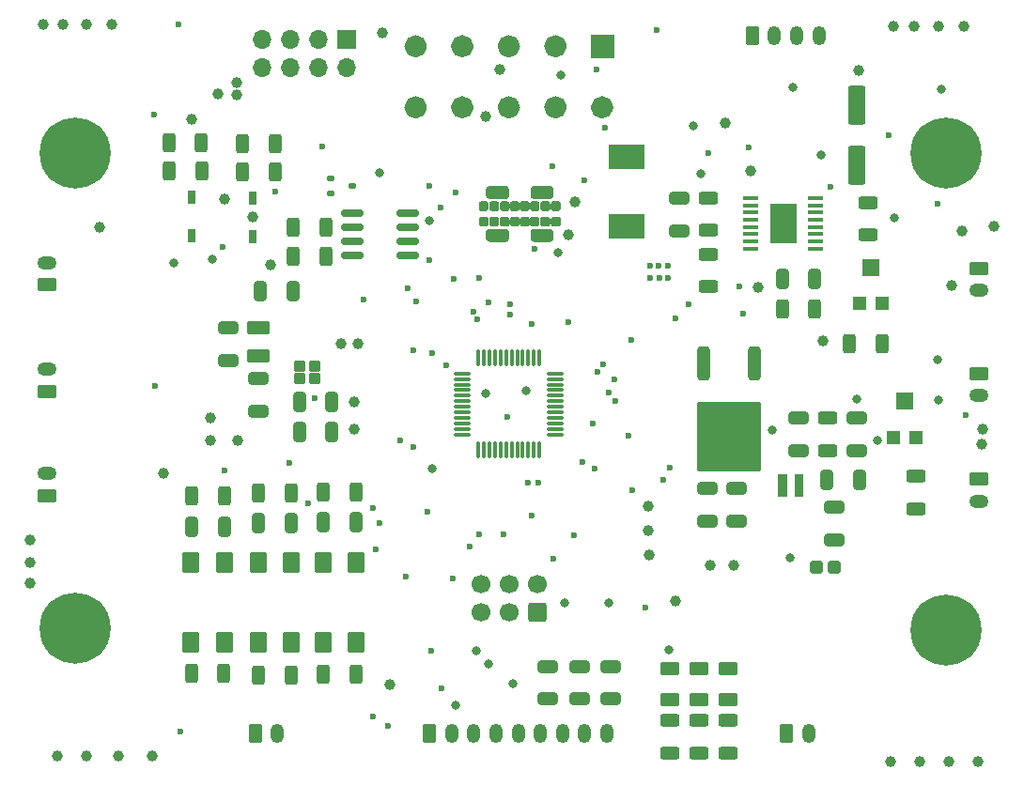
<source format=gbr>
%TF.GenerationSoftware,KiCad,Pcbnew,9.0.0*%
%TF.CreationDate,2025-03-22T00:06:51+01:00*%
%TF.ProjectId,steering_wheel_unit,73746565-7269-46e6-975f-776865656c5f,rev?*%
%TF.SameCoordinates,Original*%
%TF.FileFunction,Soldermask,Top*%
%TF.FilePolarity,Negative*%
%FSLAX46Y46*%
G04 Gerber Fmt 4.6, Leading zero omitted, Abs format (unit mm)*
G04 Created by KiCad (PCBNEW 9.0.0) date 2025-03-22 00:06:51*
%MOMM*%
%LPD*%
G01*
G04 APERTURE LIST*
G04 Aperture macros list*
%AMRoundRect*
0 Rectangle with rounded corners*
0 $1 Rounding radius*
0 $2 $3 $4 $5 $6 $7 $8 $9 X,Y pos of 4 corners*
0 Add a 4 corners polygon primitive as box body*
4,1,4,$2,$3,$4,$5,$6,$7,$8,$9,$2,$3,0*
0 Add four circle primitives for the rounded corners*
1,1,$1+$1,$2,$3*
1,1,$1+$1,$4,$5*
1,1,$1+$1,$6,$7*
1,1,$1+$1,$8,$9*
0 Add four rect primitives between the rounded corners*
20,1,$1+$1,$2,$3,$4,$5,0*
20,1,$1+$1,$4,$5,$6,$7,0*
20,1,$1+$1,$6,$7,$8,$9,0*
20,1,$1+$1,$8,$9,$2,$3,0*%
G04 Aperture macros list end*
%ADD10C,0.010000*%
%ADD11C,1.026200*%
%ADD12R,1.700000X1.700000*%
%ADD13O,1.700000X1.700000*%
%ADD14RoundRect,0.075000X-0.662500X-0.075000X0.662500X-0.075000X0.662500X0.075000X-0.662500X0.075000X0*%
%ADD15RoundRect,0.075000X-0.075000X-0.662500X0.075000X-0.662500X0.075000X0.662500X-0.075000X0.662500X0*%
%ADD16R,3.200400X2.173999*%
%ADD17RoundRect,0.250000X0.625000X-0.350000X0.625000X0.350000X-0.625000X0.350000X-0.625000X-0.350000X0*%
%ADD18O,1.750000X1.200000*%
%ADD19RoundRect,0.250000X0.650000X-0.325000X0.650000X0.325000X-0.650000X0.325000X-0.650000X-0.325000X0*%
%ADD20RoundRect,0.250000X-0.350000X-0.625000X0.350000X-0.625000X0.350000X0.625000X-0.350000X0.625000X0*%
%ADD21O,1.200000X1.750000*%
%ADD22RoundRect,0.250000X-0.312500X-0.625000X0.312500X-0.625000X0.312500X0.625000X-0.312500X0.625000X0*%
%ADD23RoundRect,0.250000X-0.650000X0.325000X-0.650000X-0.325000X0.650000X-0.325000X0.650000X0.325000X0*%
%ADD24RoundRect,0.250000X0.312500X0.625000X-0.312500X0.625000X-0.312500X-0.625000X0.312500X-0.625000X0*%
%ADD25RoundRect,0.102000X0.700000X-0.800000X0.700000X0.800000X-0.700000X0.800000X-0.700000X-0.800000X0*%
%ADD26RoundRect,0.165600X0.386400X0.421400X-0.386400X0.421400X-0.386400X-0.421400X0.386400X-0.421400X0*%
%ADD27RoundRect,0.250000X0.625000X-0.375000X0.625000X0.375000X-0.625000X0.375000X-0.625000X-0.375000X0*%
%ADD28RoundRect,0.250000X-0.625000X0.312500X-0.625000X-0.312500X0.625000X-0.312500X0.625000X0.312500X0*%
%ADD29R,1.200000X1.200000*%
%ADD30R,1.600000X1.500000*%
%ADD31RoundRect,0.112500X-0.237500X0.112500X-0.237500X-0.112500X0.237500X-0.112500X0.237500X0.112500X0*%
%ADD32RoundRect,0.250000X0.325000X0.650000X-0.325000X0.650000X-0.325000X-0.650000X0.325000X-0.650000X0*%
%ADD33RoundRect,0.102000X0.900000X-0.500000X0.900000X0.500000X-0.900000X0.500000X-0.900000X-0.500000X0*%
%ADD34RoundRect,0.250000X-0.625000X0.350000X-0.625000X-0.350000X0.625000X-0.350000X0.625000X0.350000X0*%
%ADD35C,6.400000*%
%ADD36R,0.800000X1.150000*%
%ADD37R,1.475000X0.450000*%
%ADD38R,2.460000X3.550000*%
%ADD39RoundRect,0.102000X0.425000X-0.375000X0.425000X0.375000X-0.425000X0.375000X-0.425000X-0.375000X0*%
%ADD40RoundRect,0.250000X-0.325000X-0.650000X0.325000X-0.650000X0.325000X0.650000X-0.325000X0.650000X0*%
%ADD41RoundRect,0.150000X0.825000X0.150000X-0.825000X0.150000X-0.825000X-0.150000X0.825000X-0.150000X0*%
%ADD42RoundRect,0.291000X0.291000X1.226000X-0.291000X1.226000X-0.291000X-1.226000X0.291000X-1.226000X0*%
%ADD43RoundRect,0.291700X2.625300X2.860300X-2.625300X2.860300X-2.625300X-2.860300X2.625300X-2.860300X0*%
%ADD44RoundRect,0.250000X0.550000X-1.500000X0.550000X1.500000X-0.550000X1.500000X-0.550000X-1.500000X0*%
%ADD45RoundRect,0.250000X0.600000X-0.600000X0.600000X0.600000X-0.600000X0.600000X-0.600000X-0.600000X0*%
%ADD46C,1.700000*%
%ADD47C,1.000000*%
%ADD48C,0.600000*%
%ADD49C,0.800000*%
G04 APERTURE END LIST*
D10*
%TO.C,J1*%
X196088700Y-81526200D02*
X194036300Y-81526200D01*
X194036300Y-79473800D01*
X196088700Y-79473800D01*
X196088700Y-81526200D01*
G36*
X196088700Y-81526200D02*
G01*
X194036300Y-81526200D01*
X194036300Y-79473800D01*
X196088700Y-79473800D01*
X196088700Y-81526200D01*
G37*
D11*
X195575600Y-86000000D02*
G75*
G02*
X194549400Y-86000000I-513100J0D01*
G01*
X194549400Y-86000000D02*
G75*
G02*
X195575600Y-86000000I513100J0D01*
G01*
X191375600Y-86000000D02*
G75*
G02*
X190349400Y-86000000I-513100J0D01*
G01*
X190349400Y-86000000D02*
G75*
G02*
X191375600Y-86000000I513100J0D01*
G01*
X191375600Y-80500000D02*
G75*
G02*
X190349400Y-80500000I-513100J0D01*
G01*
X190349400Y-80500000D02*
G75*
G02*
X191375600Y-80500000I513100J0D01*
G01*
X187175600Y-86000000D02*
G75*
G02*
X186149400Y-86000000I-513100J0D01*
G01*
X186149400Y-86000000D02*
G75*
G02*
X187175600Y-86000000I513100J0D01*
G01*
X187175600Y-80500000D02*
G75*
G02*
X186149400Y-80500000I-513100J0D01*
G01*
X186149400Y-80500000D02*
G75*
G02*
X187175600Y-80500000I513100J0D01*
G01*
X182975600Y-86000000D02*
G75*
G02*
X181949400Y-86000000I-513100J0D01*
G01*
X181949400Y-86000000D02*
G75*
G02*
X182975600Y-86000000I513100J0D01*
G01*
X182975600Y-80500000D02*
G75*
G02*
X181949400Y-80500000I-513100J0D01*
G01*
X181949400Y-80500000D02*
G75*
G02*
X182975600Y-80500000I513100J0D01*
G01*
X178775600Y-86000000D02*
G75*
G02*
X177749400Y-86000000I-513100J0D01*
G01*
X177749400Y-86000000D02*
G75*
G02*
X178775600Y-86000000I513100J0D01*
G01*
X178775600Y-80500000D02*
G75*
G02*
X177749400Y-80500000I-513100J0D01*
G01*
X177749400Y-80500000D02*
G75*
G02*
X178775600Y-80500000I513100J0D01*
G01*
D10*
%TO.C,J2*%
X184526000Y-94471000D02*
X184539000Y-94473000D01*
X184552000Y-94475000D01*
X184565000Y-94479000D01*
X184577000Y-94482000D01*
X184590000Y-94487000D01*
X184602000Y-94492000D01*
X184613000Y-94497000D01*
X184625000Y-94503000D01*
X184636000Y-94510000D01*
X184647000Y-94518000D01*
X184657000Y-94526000D01*
X184667000Y-94534000D01*
X184677000Y-94543000D01*
X184686000Y-94553000D01*
X184694000Y-94563000D01*
X184702000Y-94573000D01*
X184710000Y-94584000D01*
X184717000Y-94595000D01*
X184723000Y-94607000D01*
X184728000Y-94618000D01*
X184733000Y-94630000D01*
X184738000Y-94643000D01*
X184741000Y-94655000D01*
X184745000Y-94668000D01*
X184747000Y-94681000D01*
X184749000Y-94694000D01*
X184750000Y-94707000D01*
X184750000Y-94720000D01*
X184750000Y-95020000D01*
X184750000Y-95033000D01*
X184749000Y-95046000D01*
X184747000Y-95059000D01*
X184745000Y-95072000D01*
X184741000Y-95085000D01*
X184738000Y-95097000D01*
X184733000Y-95110000D01*
X184728000Y-95122000D01*
X184723000Y-95133000D01*
X184717000Y-95145000D01*
X184710000Y-95156000D01*
X184702000Y-95167000D01*
X184694000Y-95177000D01*
X184686000Y-95187000D01*
X184677000Y-95197000D01*
X184667000Y-95206000D01*
X184657000Y-95214000D01*
X184647000Y-95222000D01*
X184636000Y-95230000D01*
X184625000Y-95237000D01*
X184613000Y-95243000D01*
X184602000Y-95248000D01*
X184590000Y-95253000D01*
X184577000Y-95258000D01*
X184565000Y-95261000D01*
X184552000Y-95265000D01*
X184539000Y-95267000D01*
X184526000Y-95269000D01*
X184513000Y-95270000D01*
X184500000Y-95270000D01*
X184200000Y-95270000D01*
X184187000Y-95270000D01*
X184174000Y-95269000D01*
X184161000Y-95267000D01*
X184148000Y-95265000D01*
X184135000Y-95261000D01*
X184123000Y-95258000D01*
X184110000Y-95253000D01*
X184098000Y-95248000D01*
X184087000Y-95243000D01*
X184075000Y-95237000D01*
X184064000Y-95230000D01*
X184053000Y-95222000D01*
X184043000Y-95214000D01*
X184033000Y-95206000D01*
X184023000Y-95197000D01*
X184014000Y-95187000D01*
X184006000Y-95177000D01*
X183998000Y-95167000D01*
X183990000Y-95156000D01*
X183983000Y-95145000D01*
X183977000Y-95133000D01*
X183972000Y-95122000D01*
X183967000Y-95110000D01*
X183962000Y-95097000D01*
X183959000Y-95085000D01*
X183955000Y-95072000D01*
X183953000Y-95059000D01*
X183951000Y-95046000D01*
X183950000Y-95033000D01*
X183950000Y-95020000D01*
X183950000Y-94720000D01*
X183950000Y-94707000D01*
X183951000Y-94694000D01*
X183953000Y-94681000D01*
X183955000Y-94668000D01*
X183959000Y-94655000D01*
X183962000Y-94643000D01*
X183967000Y-94630000D01*
X183972000Y-94618000D01*
X183977000Y-94607000D01*
X183983000Y-94595000D01*
X183990000Y-94584000D01*
X183998000Y-94573000D01*
X184006000Y-94563000D01*
X184014000Y-94553000D01*
X184023000Y-94543000D01*
X184033000Y-94534000D01*
X184043000Y-94526000D01*
X184053000Y-94518000D01*
X184064000Y-94510000D01*
X184075000Y-94503000D01*
X184087000Y-94497000D01*
X184098000Y-94492000D01*
X184110000Y-94487000D01*
X184123000Y-94482000D01*
X184135000Y-94479000D01*
X184148000Y-94475000D01*
X184161000Y-94473000D01*
X184174000Y-94471000D01*
X184187000Y-94470000D01*
X184200000Y-94470000D01*
X184500000Y-94470000D01*
X184513000Y-94470000D01*
X184526000Y-94471000D01*
G36*
X184526000Y-94471000D02*
G01*
X184539000Y-94473000D01*
X184552000Y-94475000D01*
X184565000Y-94479000D01*
X184577000Y-94482000D01*
X184590000Y-94487000D01*
X184602000Y-94492000D01*
X184613000Y-94497000D01*
X184625000Y-94503000D01*
X184636000Y-94510000D01*
X184647000Y-94518000D01*
X184657000Y-94526000D01*
X184667000Y-94534000D01*
X184677000Y-94543000D01*
X184686000Y-94553000D01*
X184694000Y-94563000D01*
X184702000Y-94573000D01*
X184710000Y-94584000D01*
X184717000Y-94595000D01*
X184723000Y-94607000D01*
X184728000Y-94618000D01*
X184733000Y-94630000D01*
X184738000Y-94643000D01*
X184741000Y-94655000D01*
X184745000Y-94668000D01*
X184747000Y-94681000D01*
X184749000Y-94694000D01*
X184750000Y-94707000D01*
X184750000Y-94720000D01*
X184750000Y-95020000D01*
X184750000Y-95033000D01*
X184749000Y-95046000D01*
X184747000Y-95059000D01*
X184745000Y-95072000D01*
X184741000Y-95085000D01*
X184738000Y-95097000D01*
X184733000Y-95110000D01*
X184728000Y-95122000D01*
X184723000Y-95133000D01*
X184717000Y-95145000D01*
X184710000Y-95156000D01*
X184702000Y-95167000D01*
X184694000Y-95177000D01*
X184686000Y-95187000D01*
X184677000Y-95197000D01*
X184667000Y-95206000D01*
X184657000Y-95214000D01*
X184647000Y-95222000D01*
X184636000Y-95230000D01*
X184625000Y-95237000D01*
X184613000Y-95243000D01*
X184602000Y-95248000D01*
X184590000Y-95253000D01*
X184577000Y-95258000D01*
X184565000Y-95261000D01*
X184552000Y-95265000D01*
X184539000Y-95267000D01*
X184526000Y-95269000D01*
X184513000Y-95270000D01*
X184500000Y-95270000D01*
X184200000Y-95270000D01*
X184187000Y-95270000D01*
X184174000Y-95269000D01*
X184161000Y-95267000D01*
X184148000Y-95265000D01*
X184135000Y-95261000D01*
X184123000Y-95258000D01*
X184110000Y-95253000D01*
X184098000Y-95248000D01*
X184087000Y-95243000D01*
X184075000Y-95237000D01*
X184064000Y-95230000D01*
X184053000Y-95222000D01*
X184043000Y-95214000D01*
X184033000Y-95206000D01*
X184023000Y-95197000D01*
X184014000Y-95187000D01*
X184006000Y-95177000D01*
X183998000Y-95167000D01*
X183990000Y-95156000D01*
X183983000Y-95145000D01*
X183977000Y-95133000D01*
X183972000Y-95122000D01*
X183967000Y-95110000D01*
X183962000Y-95097000D01*
X183959000Y-95085000D01*
X183955000Y-95072000D01*
X183953000Y-95059000D01*
X183951000Y-95046000D01*
X183950000Y-95033000D01*
X183950000Y-95020000D01*
X183950000Y-94720000D01*
X183950000Y-94707000D01*
X183951000Y-94694000D01*
X183953000Y-94681000D01*
X183955000Y-94668000D01*
X183959000Y-94655000D01*
X183962000Y-94643000D01*
X183967000Y-94630000D01*
X183972000Y-94618000D01*
X183977000Y-94607000D01*
X183983000Y-94595000D01*
X183990000Y-94584000D01*
X183998000Y-94573000D01*
X184006000Y-94563000D01*
X184014000Y-94553000D01*
X184023000Y-94543000D01*
X184033000Y-94534000D01*
X184043000Y-94526000D01*
X184053000Y-94518000D01*
X184064000Y-94510000D01*
X184075000Y-94503000D01*
X184087000Y-94497000D01*
X184098000Y-94492000D01*
X184110000Y-94487000D01*
X184123000Y-94482000D01*
X184135000Y-94479000D01*
X184148000Y-94475000D01*
X184161000Y-94473000D01*
X184174000Y-94471000D01*
X184187000Y-94470000D01*
X184200000Y-94470000D01*
X184500000Y-94470000D01*
X184513000Y-94470000D01*
X184526000Y-94471000D01*
G37*
X184526000Y-95871000D02*
X184539000Y-95873000D01*
X184552000Y-95875000D01*
X184565000Y-95879000D01*
X184577000Y-95882000D01*
X184590000Y-95887000D01*
X184602000Y-95892000D01*
X184613000Y-95897000D01*
X184625000Y-95903000D01*
X184636000Y-95910000D01*
X184647000Y-95918000D01*
X184657000Y-95926000D01*
X184667000Y-95934000D01*
X184677000Y-95943000D01*
X184686000Y-95953000D01*
X184694000Y-95963000D01*
X184702000Y-95973000D01*
X184710000Y-95984000D01*
X184717000Y-95995000D01*
X184723000Y-96007000D01*
X184728000Y-96018000D01*
X184733000Y-96030000D01*
X184738000Y-96043000D01*
X184741000Y-96055000D01*
X184745000Y-96068000D01*
X184747000Y-96081000D01*
X184749000Y-96094000D01*
X184750000Y-96107000D01*
X184750000Y-96120000D01*
X184750000Y-96420000D01*
X184750000Y-96433000D01*
X184749000Y-96446000D01*
X184747000Y-96459000D01*
X184745000Y-96472000D01*
X184741000Y-96485000D01*
X184738000Y-96497000D01*
X184733000Y-96510000D01*
X184728000Y-96522000D01*
X184723000Y-96533000D01*
X184717000Y-96545000D01*
X184710000Y-96556000D01*
X184702000Y-96567000D01*
X184694000Y-96577000D01*
X184686000Y-96587000D01*
X184677000Y-96597000D01*
X184667000Y-96606000D01*
X184657000Y-96614000D01*
X184647000Y-96622000D01*
X184636000Y-96630000D01*
X184625000Y-96637000D01*
X184613000Y-96643000D01*
X184602000Y-96648000D01*
X184590000Y-96653000D01*
X184577000Y-96658000D01*
X184565000Y-96661000D01*
X184552000Y-96665000D01*
X184539000Y-96667000D01*
X184526000Y-96669000D01*
X184513000Y-96670000D01*
X184500000Y-96670000D01*
X184200000Y-96670000D01*
X184187000Y-96670000D01*
X184174000Y-96669000D01*
X184161000Y-96667000D01*
X184148000Y-96665000D01*
X184135000Y-96661000D01*
X184123000Y-96658000D01*
X184110000Y-96653000D01*
X184098000Y-96648000D01*
X184087000Y-96643000D01*
X184075000Y-96637000D01*
X184064000Y-96630000D01*
X184053000Y-96622000D01*
X184043000Y-96614000D01*
X184033000Y-96606000D01*
X184023000Y-96597000D01*
X184014000Y-96587000D01*
X184006000Y-96577000D01*
X183998000Y-96567000D01*
X183990000Y-96556000D01*
X183983000Y-96545000D01*
X183977000Y-96533000D01*
X183972000Y-96522000D01*
X183967000Y-96510000D01*
X183962000Y-96497000D01*
X183959000Y-96485000D01*
X183955000Y-96472000D01*
X183953000Y-96459000D01*
X183951000Y-96446000D01*
X183950000Y-96433000D01*
X183950000Y-96420000D01*
X183950000Y-96120000D01*
X183950000Y-96107000D01*
X183951000Y-96094000D01*
X183953000Y-96081000D01*
X183955000Y-96068000D01*
X183959000Y-96055000D01*
X183962000Y-96043000D01*
X183967000Y-96030000D01*
X183972000Y-96018000D01*
X183977000Y-96007000D01*
X183983000Y-95995000D01*
X183990000Y-95984000D01*
X183998000Y-95973000D01*
X184006000Y-95963000D01*
X184014000Y-95953000D01*
X184023000Y-95943000D01*
X184033000Y-95934000D01*
X184043000Y-95926000D01*
X184053000Y-95918000D01*
X184064000Y-95910000D01*
X184075000Y-95903000D01*
X184087000Y-95897000D01*
X184098000Y-95892000D01*
X184110000Y-95887000D01*
X184123000Y-95882000D01*
X184135000Y-95879000D01*
X184148000Y-95875000D01*
X184161000Y-95873000D01*
X184174000Y-95871000D01*
X184187000Y-95870000D01*
X184200000Y-95870000D01*
X184500000Y-95870000D01*
X184513000Y-95870000D01*
X184526000Y-95871000D01*
G36*
X184526000Y-95871000D02*
G01*
X184539000Y-95873000D01*
X184552000Y-95875000D01*
X184565000Y-95879000D01*
X184577000Y-95882000D01*
X184590000Y-95887000D01*
X184602000Y-95892000D01*
X184613000Y-95897000D01*
X184625000Y-95903000D01*
X184636000Y-95910000D01*
X184647000Y-95918000D01*
X184657000Y-95926000D01*
X184667000Y-95934000D01*
X184677000Y-95943000D01*
X184686000Y-95953000D01*
X184694000Y-95963000D01*
X184702000Y-95973000D01*
X184710000Y-95984000D01*
X184717000Y-95995000D01*
X184723000Y-96007000D01*
X184728000Y-96018000D01*
X184733000Y-96030000D01*
X184738000Y-96043000D01*
X184741000Y-96055000D01*
X184745000Y-96068000D01*
X184747000Y-96081000D01*
X184749000Y-96094000D01*
X184750000Y-96107000D01*
X184750000Y-96120000D01*
X184750000Y-96420000D01*
X184750000Y-96433000D01*
X184749000Y-96446000D01*
X184747000Y-96459000D01*
X184745000Y-96472000D01*
X184741000Y-96485000D01*
X184738000Y-96497000D01*
X184733000Y-96510000D01*
X184728000Y-96522000D01*
X184723000Y-96533000D01*
X184717000Y-96545000D01*
X184710000Y-96556000D01*
X184702000Y-96567000D01*
X184694000Y-96577000D01*
X184686000Y-96587000D01*
X184677000Y-96597000D01*
X184667000Y-96606000D01*
X184657000Y-96614000D01*
X184647000Y-96622000D01*
X184636000Y-96630000D01*
X184625000Y-96637000D01*
X184613000Y-96643000D01*
X184602000Y-96648000D01*
X184590000Y-96653000D01*
X184577000Y-96658000D01*
X184565000Y-96661000D01*
X184552000Y-96665000D01*
X184539000Y-96667000D01*
X184526000Y-96669000D01*
X184513000Y-96670000D01*
X184500000Y-96670000D01*
X184200000Y-96670000D01*
X184187000Y-96670000D01*
X184174000Y-96669000D01*
X184161000Y-96667000D01*
X184148000Y-96665000D01*
X184135000Y-96661000D01*
X184123000Y-96658000D01*
X184110000Y-96653000D01*
X184098000Y-96648000D01*
X184087000Y-96643000D01*
X184075000Y-96637000D01*
X184064000Y-96630000D01*
X184053000Y-96622000D01*
X184043000Y-96614000D01*
X184033000Y-96606000D01*
X184023000Y-96597000D01*
X184014000Y-96587000D01*
X184006000Y-96577000D01*
X183998000Y-96567000D01*
X183990000Y-96556000D01*
X183983000Y-96545000D01*
X183977000Y-96533000D01*
X183972000Y-96522000D01*
X183967000Y-96510000D01*
X183962000Y-96497000D01*
X183959000Y-96485000D01*
X183955000Y-96472000D01*
X183953000Y-96459000D01*
X183951000Y-96446000D01*
X183950000Y-96433000D01*
X183950000Y-96420000D01*
X183950000Y-96120000D01*
X183950000Y-96107000D01*
X183951000Y-96094000D01*
X183953000Y-96081000D01*
X183955000Y-96068000D01*
X183959000Y-96055000D01*
X183962000Y-96043000D01*
X183967000Y-96030000D01*
X183972000Y-96018000D01*
X183977000Y-96007000D01*
X183983000Y-95995000D01*
X183990000Y-95984000D01*
X183998000Y-95973000D01*
X184006000Y-95963000D01*
X184014000Y-95953000D01*
X184023000Y-95943000D01*
X184033000Y-95934000D01*
X184043000Y-95926000D01*
X184053000Y-95918000D01*
X184064000Y-95910000D01*
X184075000Y-95903000D01*
X184087000Y-95897000D01*
X184098000Y-95892000D01*
X184110000Y-95887000D01*
X184123000Y-95882000D01*
X184135000Y-95879000D01*
X184148000Y-95875000D01*
X184161000Y-95873000D01*
X184174000Y-95871000D01*
X184187000Y-95870000D01*
X184200000Y-95870000D01*
X184500000Y-95870000D01*
X184513000Y-95870000D01*
X184526000Y-95871000D01*
G37*
X185476000Y-94471000D02*
X185489000Y-94473000D01*
X185502000Y-94475000D01*
X185515000Y-94479000D01*
X185527000Y-94482000D01*
X185540000Y-94487000D01*
X185552000Y-94492000D01*
X185563000Y-94497000D01*
X185575000Y-94503000D01*
X185586000Y-94510000D01*
X185597000Y-94518000D01*
X185607000Y-94526000D01*
X185617000Y-94534000D01*
X185627000Y-94543000D01*
X185636000Y-94553000D01*
X185644000Y-94563000D01*
X185652000Y-94573000D01*
X185660000Y-94584000D01*
X185667000Y-94595000D01*
X185673000Y-94607000D01*
X185678000Y-94618000D01*
X185683000Y-94630000D01*
X185688000Y-94643000D01*
X185691000Y-94655000D01*
X185695000Y-94668000D01*
X185697000Y-94681000D01*
X185699000Y-94694000D01*
X185700000Y-94707000D01*
X185700000Y-94720000D01*
X185700000Y-95020000D01*
X185700000Y-95033000D01*
X185699000Y-95046000D01*
X185697000Y-95059000D01*
X185695000Y-95072000D01*
X185691000Y-95085000D01*
X185688000Y-95097000D01*
X185683000Y-95110000D01*
X185678000Y-95122000D01*
X185673000Y-95133000D01*
X185667000Y-95145000D01*
X185660000Y-95156000D01*
X185652000Y-95167000D01*
X185644000Y-95177000D01*
X185636000Y-95187000D01*
X185627000Y-95197000D01*
X185617000Y-95206000D01*
X185607000Y-95214000D01*
X185597000Y-95222000D01*
X185586000Y-95230000D01*
X185575000Y-95237000D01*
X185563000Y-95243000D01*
X185552000Y-95248000D01*
X185540000Y-95253000D01*
X185527000Y-95258000D01*
X185515000Y-95261000D01*
X185502000Y-95265000D01*
X185489000Y-95267000D01*
X185476000Y-95269000D01*
X185463000Y-95270000D01*
X185450000Y-95270000D01*
X185150000Y-95270000D01*
X185137000Y-95270000D01*
X185124000Y-95269000D01*
X185111000Y-95267000D01*
X185098000Y-95265000D01*
X185085000Y-95261000D01*
X185073000Y-95258000D01*
X185060000Y-95253000D01*
X185048000Y-95248000D01*
X185037000Y-95243000D01*
X185025000Y-95237000D01*
X185014000Y-95230000D01*
X185003000Y-95222000D01*
X184993000Y-95214000D01*
X184983000Y-95206000D01*
X184973000Y-95197000D01*
X184964000Y-95187000D01*
X184956000Y-95177000D01*
X184948000Y-95167000D01*
X184940000Y-95156000D01*
X184933000Y-95145000D01*
X184927000Y-95133000D01*
X184922000Y-95122000D01*
X184917000Y-95110000D01*
X184912000Y-95097000D01*
X184909000Y-95085000D01*
X184905000Y-95072000D01*
X184903000Y-95059000D01*
X184901000Y-95046000D01*
X184900000Y-95033000D01*
X184900000Y-95020000D01*
X184900000Y-94720000D01*
X184900000Y-94707000D01*
X184901000Y-94694000D01*
X184903000Y-94681000D01*
X184905000Y-94668000D01*
X184909000Y-94655000D01*
X184912000Y-94643000D01*
X184917000Y-94630000D01*
X184922000Y-94618000D01*
X184927000Y-94607000D01*
X184933000Y-94595000D01*
X184940000Y-94584000D01*
X184948000Y-94573000D01*
X184956000Y-94563000D01*
X184964000Y-94553000D01*
X184973000Y-94543000D01*
X184983000Y-94534000D01*
X184993000Y-94526000D01*
X185003000Y-94518000D01*
X185014000Y-94510000D01*
X185025000Y-94503000D01*
X185037000Y-94497000D01*
X185048000Y-94492000D01*
X185060000Y-94487000D01*
X185073000Y-94482000D01*
X185085000Y-94479000D01*
X185098000Y-94475000D01*
X185111000Y-94473000D01*
X185124000Y-94471000D01*
X185137000Y-94470000D01*
X185150000Y-94470000D01*
X185450000Y-94470000D01*
X185463000Y-94470000D01*
X185476000Y-94471000D01*
G36*
X185476000Y-94471000D02*
G01*
X185489000Y-94473000D01*
X185502000Y-94475000D01*
X185515000Y-94479000D01*
X185527000Y-94482000D01*
X185540000Y-94487000D01*
X185552000Y-94492000D01*
X185563000Y-94497000D01*
X185575000Y-94503000D01*
X185586000Y-94510000D01*
X185597000Y-94518000D01*
X185607000Y-94526000D01*
X185617000Y-94534000D01*
X185627000Y-94543000D01*
X185636000Y-94553000D01*
X185644000Y-94563000D01*
X185652000Y-94573000D01*
X185660000Y-94584000D01*
X185667000Y-94595000D01*
X185673000Y-94607000D01*
X185678000Y-94618000D01*
X185683000Y-94630000D01*
X185688000Y-94643000D01*
X185691000Y-94655000D01*
X185695000Y-94668000D01*
X185697000Y-94681000D01*
X185699000Y-94694000D01*
X185700000Y-94707000D01*
X185700000Y-94720000D01*
X185700000Y-95020000D01*
X185700000Y-95033000D01*
X185699000Y-95046000D01*
X185697000Y-95059000D01*
X185695000Y-95072000D01*
X185691000Y-95085000D01*
X185688000Y-95097000D01*
X185683000Y-95110000D01*
X185678000Y-95122000D01*
X185673000Y-95133000D01*
X185667000Y-95145000D01*
X185660000Y-95156000D01*
X185652000Y-95167000D01*
X185644000Y-95177000D01*
X185636000Y-95187000D01*
X185627000Y-95197000D01*
X185617000Y-95206000D01*
X185607000Y-95214000D01*
X185597000Y-95222000D01*
X185586000Y-95230000D01*
X185575000Y-95237000D01*
X185563000Y-95243000D01*
X185552000Y-95248000D01*
X185540000Y-95253000D01*
X185527000Y-95258000D01*
X185515000Y-95261000D01*
X185502000Y-95265000D01*
X185489000Y-95267000D01*
X185476000Y-95269000D01*
X185463000Y-95270000D01*
X185450000Y-95270000D01*
X185150000Y-95270000D01*
X185137000Y-95270000D01*
X185124000Y-95269000D01*
X185111000Y-95267000D01*
X185098000Y-95265000D01*
X185085000Y-95261000D01*
X185073000Y-95258000D01*
X185060000Y-95253000D01*
X185048000Y-95248000D01*
X185037000Y-95243000D01*
X185025000Y-95237000D01*
X185014000Y-95230000D01*
X185003000Y-95222000D01*
X184993000Y-95214000D01*
X184983000Y-95206000D01*
X184973000Y-95197000D01*
X184964000Y-95187000D01*
X184956000Y-95177000D01*
X184948000Y-95167000D01*
X184940000Y-95156000D01*
X184933000Y-95145000D01*
X184927000Y-95133000D01*
X184922000Y-95122000D01*
X184917000Y-95110000D01*
X184912000Y-95097000D01*
X184909000Y-95085000D01*
X184905000Y-95072000D01*
X184903000Y-95059000D01*
X184901000Y-95046000D01*
X184900000Y-95033000D01*
X184900000Y-95020000D01*
X184900000Y-94720000D01*
X184900000Y-94707000D01*
X184901000Y-94694000D01*
X184903000Y-94681000D01*
X184905000Y-94668000D01*
X184909000Y-94655000D01*
X184912000Y-94643000D01*
X184917000Y-94630000D01*
X184922000Y-94618000D01*
X184927000Y-94607000D01*
X184933000Y-94595000D01*
X184940000Y-94584000D01*
X184948000Y-94573000D01*
X184956000Y-94563000D01*
X184964000Y-94553000D01*
X184973000Y-94543000D01*
X184983000Y-94534000D01*
X184993000Y-94526000D01*
X185003000Y-94518000D01*
X185014000Y-94510000D01*
X185025000Y-94503000D01*
X185037000Y-94497000D01*
X185048000Y-94492000D01*
X185060000Y-94487000D01*
X185073000Y-94482000D01*
X185085000Y-94479000D01*
X185098000Y-94475000D01*
X185111000Y-94473000D01*
X185124000Y-94471000D01*
X185137000Y-94470000D01*
X185150000Y-94470000D01*
X185450000Y-94470000D01*
X185463000Y-94470000D01*
X185476000Y-94471000D01*
G37*
X185476000Y-95871000D02*
X185489000Y-95873000D01*
X185502000Y-95875000D01*
X185515000Y-95879000D01*
X185527000Y-95882000D01*
X185540000Y-95887000D01*
X185552000Y-95892000D01*
X185563000Y-95897000D01*
X185575000Y-95903000D01*
X185586000Y-95910000D01*
X185597000Y-95918000D01*
X185607000Y-95926000D01*
X185617000Y-95934000D01*
X185627000Y-95943000D01*
X185636000Y-95953000D01*
X185644000Y-95963000D01*
X185652000Y-95973000D01*
X185660000Y-95984000D01*
X185667000Y-95995000D01*
X185673000Y-96007000D01*
X185678000Y-96018000D01*
X185683000Y-96030000D01*
X185688000Y-96043000D01*
X185691000Y-96055000D01*
X185695000Y-96068000D01*
X185697000Y-96081000D01*
X185699000Y-96094000D01*
X185700000Y-96107000D01*
X185700000Y-96120000D01*
X185700000Y-96420000D01*
X185700000Y-96433000D01*
X185699000Y-96446000D01*
X185697000Y-96459000D01*
X185695000Y-96472000D01*
X185691000Y-96485000D01*
X185688000Y-96497000D01*
X185683000Y-96510000D01*
X185678000Y-96522000D01*
X185673000Y-96533000D01*
X185667000Y-96545000D01*
X185660000Y-96556000D01*
X185652000Y-96567000D01*
X185644000Y-96577000D01*
X185636000Y-96587000D01*
X185627000Y-96597000D01*
X185617000Y-96606000D01*
X185607000Y-96614000D01*
X185597000Y-96622000D01*
X185586000Y-96630000D01*
X185575000Y-96637000D01*
X185563000Y-96643000D01*
X185552000Y-96648000D01*
X185540000Y-96653000D01*
X185527000Y-96658000D01*
X185515000Y-96661000D01*
X185502000Y-96665000D01*
X185489000Y-96667000D01*
X185476000Y-96669000D01*
X185463000Y-96670000D01*
X185450000Y-96670000D01*
X185150000Y-96670000D01*
X185137000Y-96670000D01*
X185124000Y-96669000D01*
X185111000Y-96667000D01*
X185098000Y-96665000D01*
X185085000Y-96661000D01*
X185073000Y-96658000D01*
X185060000Y-96653000D01*
X185048000Y-96648000D01*
X185037000Y-96643000D01*
X185025000Y-96637000D01*
X185014000Y-96630000D01*
X185003000Y-96622000D01*
X184993000Y-96614000D01*
X184983000Y-96606000D01*
X184973000Y-96597000D01*
X184964000Y-96587000D01*
X184956000Y-96577000D01*
X184948000Y-96567000D01*
X184940000Y-96556000D01*
X184933000Y-96545000D01*
X184927000Y-96533000D01*
X184922000Y-96522000D01*
X184917000Y-96510000D01*
X184912000Y-96497000D01*
X184909000Y-96485000D01*
X184905000Y-96472000D01*
X184903000Y-96459000D01*
X184901000Y-96446000D01*
X184900000Y-96433000D01*
X184900000Y-96420000D01*
X184900000Y-96120000D01*
X184900000Y-96107000D01*
X184901000Y-96094000D01*
X184903000Y-96081000D01*
X184905000Y-96068000D01*
X184909000Y-96055000D01*
X184912000Y-96043000D01*
X184917000Y-96030000D01*
X184922000Y-96018000D01*
X184927000Y-96007000D01*
X184933000Y-95995000D01*
X184940000Y-95984000D01*
X184948000Y-95973000D01*
X184956000Y-95963000D01*
X184964000Y-95953000D01*
X184973000Y-95943000D01*
X184983000Y-95934000D01*
X184993000Y-95926000D01*
X185003000Y-95918000D01*
X185014000Y-95910000D01*
X185025000Y-95903000D01*
X185037000Y-95897000D01*
X185048000Y-95892000D01*
X185060000Y-95887000D01*
X185073000Y-95882000D01*
X185085000Y-95879000D01*
X185098000Y-95875000D01*
X185111000Y-95873000D01*
X185124000Y-95871000D01*
X185137000Y-95870000D01*
X185150000Y-95870000D01*
X185450000Y-95870000D01*
X185463000Y-95870000D01*
X185476000Y-95871000D01*
G36*
X185476000Y-95871000D02*
G01*
X185489000Y-95873000D01*
X185502000Y-95875000D01*
X185515000Y-95879000D01*
X185527000Y-95882000D01*
X185540000Y-95887000D01*
X185552000Y-95892000D01*
X185563000Y-95897000D01*
X185575000Y-95903000D01*
X185586000Y-95910000D01*
X185597000Y-95918000D01*
X185607000Y-95926000D01*
X185617000Y-95934000D01*
X185627000Y-95943000D01*
X185636000Y-95953000D01*
X185644000Y-95963000D01*
X185652000Y-95973000D01*
X185660000Y-95984000D01*
X185667000Y-95995000D01*
X185673000Y-96007000D01*
X185678000Y-96018000D01*
X185683000Y-96030000D01*
X185688000Y-96043000D01*
X185691000Y-96055000D01*
X185695000Y-96068000D01*
X185697000Y-96081000D01*
X185699000Y-96094000D01*
X185700000Y-96107000D01*
X185700000Y-96120000D01*
X185700000Y-96420000D01*
X185700000Y-96433000D01*
X185699000Y-96446000D01*
X185697000Y-96459000D01*
X185695000Y-96472000D01*
X185691000Y-96485000D01*
X185688000Y-96497000D01*
X185683000Y-96510000D01*
X185678000Y-96522000D01*
X185673000Y-96533000D01*
X185667000Y-96545000D01*
X185660000Y-96556000D01*
X185652000Y-96567000D01*
X185644000Y-96577000D01*
X185636000Y-96587000D01*
X185627000Y-96597000D01*
X185617000Y-96606000D01*
X185607000Y-96614000D01*
X185597000Y-96622000D01*
X185586000Y-96630000D01*
X185575000Y-96637000D01*
X185563000Y-96643000D01*
X185552000Y-96648000D01*
X185540000Y-96653000D01*
X185527000Y-96658000D01*
X185515000Y-96661000D01*
X185502000Y-96665000D01*
X185489000Y-96667000D01*
X185476000Y-96669000D01*
X185463000Y-96670000D01*
X185450000Y-96670000D01*
X185150000Y-96670000D01*
X185137000Y-96670000D01*
X185124000Y-96669000D01*
X185111000Y-96667000D01*
X185098000Y-96665000D01*
X185085000Y-96661000D01*
X185073000Y-96658000D01*
X185060000Y-96653000D01*
X185048000Y-96648000D01*
X185037000Y-96643000D01*
X185025000Y-96637000D01*
X185014000Y-96630000D01*
X185003000Y-96622000D01*
X184993000Y-96614000D01*
X184983000Y-96606000D01*
X184973000Y-96597000D01*
X184964000Y-96587000D01*
X184956000Y-96577000D01*
X184948000Y-96567000D01*
X184940000Y-96556000D01*
X184933000Y-96545000D01*
X184927000Y-96533000D01*
X184922000Y-96522000D01*
X184917000Y-96510000D01*
X184912000Y-96497000D01*
X184909000Y-96485000D01*
X184905000Y-96472000D01*
X184903000Y-96459000D01*
X184901000Y-96446000D01*
X184900000Y-96433000D01*
X184900000Y-96420000D01*
X184900000Y-96120000D01*
X184900000Y-96107000D01*
X184901000Y-96094000D01*
X184903000Y-96081000D01*
X184905000Y-96068000D01*
X184909000Y-96055000D01*
X184912000Y-96043000D01*
X184917000Y-96030000D01*
X184922000Y-96018000D01*
X184927000Y-96007000D01*
X184933000Y-95995000D01*
X184940000Y-95984000D01*
X184948000Y-95973000D01*
X184956000Y-95963000D01*
X184964000Y-95953000D01*
X184973000Y-95943000D01*
X184983000Y-95934000D01*
X184993000Y-95926000D01*
X185003000Y-95918000D01*
X185014000Y-95910000D01*
X185025000Y-95903000D01*
X185037000Y-95897000D01*
X185048000Y-95892000D01*
X185060000Y-95887000D01*
X185073000Y-95882000D01*
X185085000Y-95879000D01*
X185098000Y-95875000D01*
X185111000Y-95873000D01*
X185124000Y-95871000D01*
X185137000Y-95870000D01*
X185150000Y-95870000D01*
X185450000Y-95870000D01*
X185463000Y-95870000D01*
X185476000Y-95871000D01*
G37*
X186287000Y-93092000D02*
X186305000Y-93094000D01*
X186323000Y-93098000D01*
X186341000Y-93102000D01*
X186358000Y-93107000D01*
X186375000Y-93113000D01*
X186392000Y-93120000D01*
X186409000Y-93128000D01*
X186425000Y-93137000D01*
X186441000Y-93146000D01*
X186456000Y-93157000D01*
X186470000Y-93168000D01*
X186484000Y-93180000D01*
X186497000Y-93193000D01*
X186510000Y-93206000D01*
X186522000Y-93220000D01*
X186533000Y-93234000D01*
X186544000Y-93249000D01*
X186553000Y-93265000D01*
X186562000Y-93281000D01*
X186570000Y-93298000D01*
X186577000Y-93315000D01*
X186583000Y-93332000D01*
X186588000Y-93349000D01*
X186592000Y-93367000D01*
X186596000Y-93385000D01*
X186598000Y-93403000D01*
X186600000Y-93422000D01*
X186600000Y-93440000D01*
X186600000Y-93840000D01*
X186600000Y-93858000D01*
X186598000Y-93877000D01*
X186596000Y-93895000D01*
X186592000Y-93913000D01*
X186588000Y-93931000D01*
X186583000Y-93948000D01*
X186577000Y-93965000D01*
X186570000Y-93982000D01*
X186562000Y-93999000D01*
X186553000Y-94015000D01*
X186544000Y-94031000D01*
X186533000Y-94046000D01*
X186522000Y-94060000D01*
X186510000Y-94074000D01*
X186497000Y-94087000D01*
X186484000Y-94100000D01*
X186470000Y-94112000D01*
X186456000Y-94123000D01*
X186441000Y-94134000D01*
X186425000Y-94143000D01*
X186409000Y-94152000D01*
X186392000Y-94160000D01*
X186375000Y-94167000D01*
X186358000Y-94173000D01*
X186341000Y-94178000D01*
X186323000Y-94182000D01*
X186305000Y-94186000D01*
X186287000Y-94188000D01*
X186268000Y-94190000D01*
X186250000Y-94190000D01*
X184950000Y-94190000D01*
X184932000Y-94190000D01*
X184913000Y-94188000D01*
X184895000Y-94186000D01*
X184877000Y-94182000D01*
X184859000Y-94178000D01*
X184842000Y-94173000D01*
X184825000Y-94167000D01*
X184808000Y-94160000D01*
X184791000Y-94152000D01*
X184775000Y-94143000D01*
X184759000Y-94134000D01*
X184744000Y-94123000D01*
X184730000Y-94112000D01*
X184716000Y-94100000D01*
X184703000Y-94087000D01*
X184690000Y-94074000D01*
X184678000Y-94060000D01*
X184667000Y-94046000D01*
X184656000Y-94031000D01*
X184647000Y-94015000D01*
X184638000Y-93999000D01*
X184630000Y-93982000D01*
X184623000Y-93965000D01*
X184617000Y-93948000D01*
X184612000Y-93931000D01*
X184608000Y-93913000D01*
X184604000Y-93895000D01*
X184602000Y-93877000D01*
X184600000Y-93858000D01*
X184600000Y-93840000D01*
X184600000Y-93440000D01*
X184600000Y-93422000D01*
X184602000Y-93403000D01*
X184604000Y-93385000D01*
X184608000Y-93367000D01*
X184612000Y-93349000D01*
X184617000Y-93332000D01*
X184623000Y-93315000D01*
X184630000Y-93298000D01*
X184638000Y-93281000D01*
X184647000Y-93265000D01*
X184656000Y-93249000D01*
X184667000Y-93234000D01*
X184678000Y-93220000D01*
X184690000Y-93206000D01*
X184703000Y-93193000D01*
X184716000Y-93180000D01*
X184730000Y-93168000D01*
X184744000Y-93157000D01*
X184759000Y-93146000D01*
X184775000Y-93137000D01*
X184791000Y-93128000D01*
X184808000Y-93120000D01*
X184825000Y-93113000D01*
X184842000Y-93107000D01*
X184859000Y-93102000D01*
X184877000Y-93098000D01*
X184895000Y-93094000D01*
X184913000Y-93092000D01*
X184932000Y-93090000D01*
X184950000Y-93090000D01*
X186250000Y-93090000D01*
X186268000Y-93090000D01*
X186287000Y-93092000D01*
G36*
X186287000Y-93092000D02*
G01*
X186305000Y-93094000D01*
X186323000Y-93098000D01*
X186341000Y-93102000D01*
X186358000Y-93107000D01*
X186375000Y-93113000D01*
X186392000Y-93120000D01*
X186409000Y-93128000D01*
X186425000Y-93137000D01*
X186441000Y-93146000D01*
X186456000Y-93157000D01*
X186470000Y-93168000D01*
X186484000Y-93180000D01*
X186497000Y-93193000D01*
X186510000Y-93206000D01*
X186522000Y-93220000D01*
X186533000Y-93234000D01*
X186544000Y-93249000D01*
X186553000Y-93265000D01*
X186562000Y-93281000D01*
X186570000Y-93298000D01*
X186577000Y-93315000D01*
X186583000Y-93332000D01*
X186588000Y-93349000D01*
X186592000Y-93367000D01*
X186596000Y-93385000D01*
X186598000Y-93403000D01*
X186600000Y-93422000D01*
X186600000Y-93440000D01*
X186600000Y-93840000D01*
X186600000Y-93858000D01*
X186598000Y-93877000D01*
X186596000Y-93895000D01*
X186592000Y-93913000D01*
X186588000Y-93931000D01*
X186583000Y-93948000D01*
X186577000Y-93965000D01*
X186570000Y-93982000D01*
X186562000Y-93999000D01*
X186553000Y-94015000D01*
X186544000Y-94031000D01*
X186533000Y-94046000D01*
X186522000Y-94060000D01*
X186510000Y-94074000D01*
X186497000Y-94087000D01*
X186484000Y-94100000D01*
X186470000Y-94112000D01*
X186456000Y-94123000D01*
X186441000Y-94134000D01*
X186425000Y-94143000D01*
X186409000Y-94152000D01*
X186392000Y-94160000D01*
X186375000Y-94167000D01*
X186358000Y-94173000D01*
X186341000Y-94178000D01*
X186323000Y-94182000D01*
X186305000Y-94186000D01*
X186287000Y-94188000D01*
X186268000Y-94190000D01*
X186250000Y-94190000D01*
X184950000Y-94190000D01*
X184932000Y-94190000D01*
X184913000Y-94188000D01*
X184895000Y-94186000D01*
X184877000Y-94182000D01*
X184859000Y-94178000D01*
X184842000Y-94173000D01*
X184825000Y-94167000D01*
X184808000Y-94160000D01*
X184791000Y-94152000D01*
X184775000Y-94143000D01*
X184759000Y-94134000D01*
X184744000Y-94123000D01*
X184730000Y-94112000D01*
X184716000Y-94100000D01*
X184703000Y-94087000D01*
X184690000Y-94074000D01*
X184678000Y-94060000D01*
X184667000Y-94046000D01*
X184656000Y-94031000D01*
X184647000Y-94015000D01*
X184638000Y-93999000D01*
X184630000Y-93982000D01*
X184623000Y-93965000D01*
X184617000Y-93948000D01*
X184612000Y-93931000D01*
X184608000Y-93913000D01*
X184604000Y-93895000D01*
X184602000Y-93877000D01*
X184600000Y-93858000D01*
X184600000Y-93840000D01*
X184600000Y-93440000D01*
X184600000Y-93422000D01*
X184602000Y-93403000D01*
X184604000Y-93385000D01*
X184608000Y-93367000D01*
X184612000Y-93349000D01*
X184617000Y-93332000D01*
X184623000Y-93315000D01*
X184630000Y-93298000D01*
X184638000Y-93281000D01*
X184647000Y-93265000D01*
X184656000Y-93249000D01*
X184667000Y-93234000D01*
X184678000Y-93220000D01*
X184690000Y-93206000D01*
X184703000Y-93193000D01*
X184716000Y-93180000D01*
X184730000Y-93168000D01*
X184744000Y-93157000D01*
X184759000Y-93146000D01*
X184775000Y-93137000D01*
X184791000Y-93128000D01*
X184808000Y-93120000D01*
X184825000Y-93113000D01*
X184842000Y-93107000D01*
X184859000Y-93102000D01*
X184877000Y-93098000D01*
X184895000Y-93094000D01*
X184913000Y-93092000D01*
X184932000Y-93090000D01*
X184950000Y-93090000D01*
X186250000Y-93090000D01*
X186268000Y-93090000D01*
X186287000Y-93092000D01*
G37*
X186287000Y-96952000D02*
X186305000Y-96954000D01*
X186323000Y-96958000D01*
X186341000Y-96962000D01*
X186358000Y-96967000D01*
X186375000Y-96973000D01*
X186392000Y-96980000D01*
X186409000Y-96988000D01*
X186425000Y-96997000D01*
X186441000Y-97006000D01*
X186456000Y-97017000D01*
X186470000Y-97028000D01*
X186484000Y-97040000D01*
X186497000Y-97053000D01*
X186510000Y-97066000D01*
X186522000Y-97080000D01*
X186533000Y-97094000D01*
X186544000Y-97109000D01*
X186553000Y-97125000D01*
X186562000Y-97141000D01*
X186570000Y-97158000D01*
X186577000Y-97175000D01*
X186583000Y-97192000D01*
X186588000Y-97209000D01*
X186592000Y-97227000D01*
X186596000Y-97245000D01*
X186598000Y-97263000D01*
X186600000Y-97282000D01*
X186600000Y-97300000D01*
X186600000Y-97700000D01*
X186600000Y-97718000D01*
X186598000Y-97737000D01*
X186596000Y-97755000D01*
X186592000Y-97773000D01*
X186588000Y-97791000D01*
X186583000Y-97808000D01*
X186577000Y-97825000D01*
X186570000Y-97842000D01*
X186562000Y-97859000D01*
X186553000Y-97875000D01*
X186544000Y-97891000D01*
X186533000Y-97906000D01*
X186522000Y-97920000D01*
X186510000Y-97934000D01*
X186497000Y-97947000D01*
X186484000Y-97960000D01*
X186470000Y-97972000D01*
X186456000Y-97983000D01*
X186441000Y-97994000D01*
X186425000Y-98003000D01*
X186409000Y-98012000D01*
X186392000Y-98020000D01*
X186375000Y-98027000D01*
X186358000Y-98033000D01*
X186341000Y-98038000D01*
X186323000Y-98042000D01*
X186305000Y-98046000D01*
X186287000Y-98048000D01*
X186268000Y-98050000D01*
X186250000Y-98050000D01*
X184950000Y-98050000D01*
X184932000Y-98050000D01*
X184913000Y-98048000D01*
X184895000Y-98046000D01*
X184877000Y-98042000D01*
X184859000Y-98038000D01*
X184842000Y-98033000D01*
X184825000Y-98027000D01*
X184808000Y-98020000D01*
X184791000Y-98012000D01*
X184775000Y-98003000D01*
X184759000Y-97994000D01*
X184744000Y-97983000D01*
X184730000Y-97972000D01*
X184716000Y-97960000D01*
X184703000Y-97947000D01*
X184690000Y-97934000D01*
X184678000Y-97920000D01*
X184667000Y-97906000D01*
X184656000Y-97891000D01*
X184647000Y-97875000D01*
X184638000Y-97859000D01*
X184630000Y-97842000D01*
X184623000Y-97825000D01*
X184617000Y-97808000D01*
X184612000Y-97791000D01*
X184608000Y-97773000D01*
X184604000Y-97755000D01*
X184602000Y-97737000D01*
X184600000Y-97718000D01*
X184600000Y-97700000D01*
X184600000Y-97300000D01*
X184600000Y-97282000D01*
X184602000Y-97263000D01*
X184604000Y-97245000D01*
X184608000Y-97227000D01*
X184612000Y-97209000D01*
X184617000Y-97192000D01*
X184623000Y-97175000D01*
X184630000Y-97158000D01*
X184638000Y-97141000D01*
X184647000Y-97125000D01*
X184656000Y-97109000D01*
X184667000Y-97094000D01*
X184678000Y-97080000D01*
X184690000Y-97066000D01*
X184703000Y-97053000D01*
X184716000Y-97040000D01*
X184730000Y-97028000D01*
X184744000Y-97017000D01*
X184759000Y-97006000D01*
X184775000Y-96997000D01*
X184791000Y-96988000D01*
X184808000Y-96980000D01*
X184825000Y-96973000D01*
X184842000Y-96967000D01*
X184859000Y-96962000D01*
X184877000Y-96958000D01*
X184895000Y-96954000D01*
X184913000Y-96952000D01*
X184932000Y-96950000D01*
X184950000Y-96950000D01*
X186250000Y-96950000D01*
X186268000Y-96950000D01*
X186287000Y-96952000D01*
G36*
X186287000Y-96952000D02*
G01*
X186305000Y-96954000D01*
X186323000Y-96958000D01*
X186341000Y-96962000D01*
X186358000Y-96967000D01*
X186375000Y-96973000D01*
X186392000Y-96980000D01*
X186409000Y-96988000D01*
X186425000Y-96997000D01*
X186441000Y-97006000D01*
X186456000Y-97017000D01*
X186470000Y-97028000D01*
X186484000Y-97040000D01*
X186497000Y-97053000D01*
X186510000Y-97066000D01*
X186522000Y-97080000D01*
X186533000Y-97094000D01*
X186544000Y-97109000D01*
X186553000Y-97125000D01*
X186562000Y-97141000D01*
X186570000Y-97158000D01*
X186577000Y-97175000D01*
X186583000Y-97192000D01*
X186588000Y-97209000D01*
X186592000Y-97227000D01*
X186596000Y-97245000D01*
X186598000Y-97263000D01*
X186600000Y-97282000D01*
X186600000Y-97300000D01*
X186600000Y-97700000D01*
X186600000Y-97718000D01*
X186598000Y-97737000D01*
X186596000Y-97755000D01*
X186592000Y-97773000D01*
X186588000Y-97791000D01*
X186583000Y-97808000D01*
X186577000Y-97825000D01*
X186570000Y-97842000D01*
X186562000Y-97859000D01*
X186553000Y-97875000D01*
X186544000Y-97891000D01*
X186533000Y-97906000D01*
X186522000Y-97920000D01*
X186510000Y-97934000D01*
X186497000Y-97947000D01*
X186484000Y-97960000D01*
X186470000Y-97972000D01*
X186456000Y-97983000D01*
X186441000Y-97994000D01*
X186425000Y-98003000D01*
X186409000Y-98012000D01*
X186392000Y-98020000D01*
X186375000Y-98027000D01*
X186358000Y-98033000D01*
X186341000Y-98038000D01*
X186323000Y-98042000D01*
X186305000Y-98046000D01*
X186287000Y-98048000D01*
X186268000Y-98050000D01*
X186250000Y-98050000D01*
X184950000Y-98050000D01*
X184932000Y-98050000D01*
X184913000Y-98048000D01*
X184895000Y-98046000D01*
X184877000Y-98042000D01*
X184859000Y-98038000D01*
X184842000Y-98033000D01*
X184825000Y-98027000D01*
X184808000Y-98020000D01*
X184791000Y-98012000D01*
X184775000Y-98003000D01*
X184759000Y-97994000D01*
X184744000Y-97983000D01*
X184730000Y-97972000D01*
X184716000Y-97960000D01*
X184703000Y-97947000D01*
X184690000Y-97934000D01*
X184678000Y-97920000D01*
X184667000Y-97906000D01*
X184656000Y-97891000D01*
X184647000Y-97875000D01*
X184638000Y-97859000D01*
X184630000Y-97842000D01*
X184623000Y-97825000D01*
X184617000Y-97808000D01*
X184612000Y-97791000D01*
X184608000Y-97773000D01*
X184604000Y-97755000D01*
X184602000Y-97737000D01*
X184600000Y-97718000D01*
X184600000Y-97700000D01*
X184600000Y-97300000D01*
X184600000Y-97282000D01*
X184602000Y-97263000D01*
X184604000Y-97245000D01*
X184608000Y-97227000D01*
X184612000Y-97209000D01*
X184617000Y-97192000D01*
X184623000Y-97175000D01*
X184630000Y-97158000D01*
X184638000Y-97141000D01*
X184647000Y-97125000D01*
X184656000Y-97109000D01*
X184667000Y-97094000D01*
X184678000Y-97080000D01*
X184690000Y-97066000D01*
X184703000Y-97053000D01*
X184716000Y-97040000D01*
X184730000Y-97028000D01*
X184744000Y-97017000D01*
X184759000Y-97006000D01*
X184775000Y-96997000D01*
X184791000Y-96988000D01*
X184808000Y-96980000D01*
X184825000Y-96973000D01*
X184842000Y-96967000D01*
X184859000Y-96962000D01*
X184877000Y-96958000D01*
X184895000Y-96954000D01*
X184913000Y-96952000D01*
X184932000Y-96950000D01*
X184950000Y-96950000D01*
X186250000Y-96950000D01*
X186268000Y-96950000D01*
X186287000Y-96952000D01*
G37*
X186426000Y-94471000D02*
X186439000Y-94473000D01*
X186452000Y-94475000D01*
X186465000Y-94479000D01*
X186477000Y-94482000D01*
X186490000Y-94487000D01*
X186502000Y-94492000D01*
X186513000Y-94497000D01*
X186525000Y-94503000D01*
X186536000Y-94510000D01*
X186547000Y-94518000D01*
X186557000Y-94526000D01*
X186567000Y-94534000D01*
X186577000Y-94543000D01*
X186586000Y-94553000D01*
X186594000Y-94563000D01*
X186602000Y-94573000D01*
X186610000Y-94584000D01*
X186617000Y-94595000D01*
X186623000Y-94607000D01*
X186628000Y-94618000D01*
X186633000Y-94630000D01*
X186638000Y-94643000D01*
X186641000Y-94655000D01*
X186645000Y-94668000D01*
X186647000Y-94681000D01*
X186649000Y-94694000D01*
X186650000Y-94707000D01*
X186650000Y-94720000D01*
X186650000Y-95020000D01*
X186650000Y-95033000D01*
X186649000Y-95046000D01*
X186647000Y-95059000D01*
X186645000Y-95072000D01*
X186641000Y-95085000D01*
X186638000Y-95097000D01*
X186633000Y-95110000D01*
X186628000Y-95122000D01*
X186623000Y-95133000D01*
X186617000Y-95145000D01*
X186610000Y-95156000D01*
X186602000Y-95167000D01*
X186594000Y-95177000D01*
X186586000Y-95187000D01*
X186577000Y-95197000D01*
X186567000Y-95206000D01*
X186557000Y-95214000D01*
X186547000Y-95222000D01*
X186536000Y-95230000D01*
X186525000Y-95237000D01*
X186513000Y-95243000D01*
X186502000Y-95248000D01*
X186490000Y-95253000D01*
X186477000Y-95258000D01*
X186465000Y-95261000D01*
X186452000Y-95265000D01*
X186439000Y-95267000D01*
X186426000Y-95269000D01*
X186413000Y-95270000D01*
X186400000Y-95270000D01*
X186100000Y-95270000D01*
X186087000Y-95270000D01*
X186074000Y-95269000D01*
X186061000Y-95267000D01*
X186048000Y-95265000D01*
X186035000Y-95261000D01*
X186023000Y-95258000D01*
X186010000Y-95253000D01*
X185998000Y-95248000D01*
X185987000Y-95243000D01*
X185975000Y-95237000D01*
X185964000Y-95230000D01*
X185953000Y-95222000D01*
X185943000Y-95214000D01*
X185933000Y-95206000D01*
X185923000Y-95197000D01*
X185914000Y-95187000D01*
X185906000Y-95177000D01*
X185898000Y-95167000D01*
X185890000Y-95156000D01*
X185883000Y-95145000D01*
X185877000Y-95133000D01*
X185872000Y-95122000D01*
X185867000Y-95110000D01*
X185862000Y-95097000D01*
X185859000Y-95085000D01*
X185855000Y-95072000D01*
X185853000Y-95059000D01*
X185851000Y-95046000D01*
X185850000Y-95033000D01*
X185850000Y-95020000D01*
X185850000Y-94720000D01*
X185850000Y-94707000D01*
X185851000Y-94694000D01*
X185853000Y-94681000D01*
X185855000Y-94668000D01*
X185859000Y-94655000D01*
X185862000Y-94643000D01*
X185867000Y-94630000D01*
X185872000Y-94618000D01*
X185877000Y-94607000D01*
X185883000Y-94595000D01*
X185890000Y-94584000D01*
X185898000Y-94573000D01*
X185906000Y-94563000D01*
X185914000Y-94553000D01*
X185923000Y-94543000D01*
X185933000Y-94534000D01*
X185943000Y-94526000D01*
X185953000Y-94518000D01*
X185964000Y-94510000D01*
X185975000Y-94503000D01*
X185987000Y-94497000D01*
X185998000Y-94492000D01*
X186010000Y-94487000D01*
X186023000Y-94482000D01*
X186035000Y-94479000D01*
X186048000Y-94475000D01*
X186061000Y-94473000D01*
X186074000Y-94471000D01*
X186087000Y-94470000D01*
X186100000Y-94470000D01*
X186400000Y-94470000D01*
X186413000Y-94470000D01*
X186426000Y-94471000D01*
G36*
X186426000Y-94471000D02*
G01*
X186439000Y-94473000D01*
X186452000Y-94475000D01*
X186465000Y-94479000D01*
X186477000Y-94482000D01*
X186490000Y-94487000D01*
X186502000Y-94492000D01*
X186513000Y-94497000D01*
X186525000Y-94503000D01*
X186536000Y-94510000D01*
X186547000Y-94518000D01*
X186557000Y-94526000D01*
X186567000Y-94534000D01*
X186577000Y-94543000D01*
X186586000Y-94553000D01*
X186594000Y-94563000D01*
X186602000Y-94573000D01*
X186610000Y-94584000D01*
X186617000Y-94595000D01*
X186623000Y-94607000D01*
X186628000Y-94618000D01*
X186633000Y-94630000D01*
X186638000Y-94643000D01*
X186641000Y-94655000D01*
X186645000Y-94668000D01*
X186647000Y-94681000D01*
X186649000Y-94694000D01*
X186650000Y-94707000D01*
X186650000Y-94720000D01*
X186650000Y-95020000D01*
X186650000Y-95033000D01*
X186649000Y-95046000D01*
X186647000Y-95059000D01*
X186645000Y-95072000D01*
X186641000Y-95085000D01*
X186638000Y-95097000D01*
X186633000Y-95110000D01*
X186628000Y-95122000D01*
X186623000Y-95133000D01*
X186617000Y-95145000D01*
X186610000Y-95156000D01*
X186602000Y-95167000D01*
X186594000Y-95177000D01*
X186586000Y-95187000D01*
X186577000Y-95197000D01*
X186567000Y-95206000D01*
X186557000Y-95214000D01*
X186547000Y-95222000D01*
X186536000Y-95230000D01*
X186525000Y-95237000D01*
X186513000Y-95243000D01*
X186502000Y-95248000D01*
X186490000Y-95253000D01*
X186477000Y-95258000D01*
X186465000Y-95261000D01*
X186452000Y-95265000D01*
X186439000Y-95267000D01*
X186426000Y-95269000D01*
X186413000Y-95270000D01*
X186400000Y-95270000D01*
X186100000Y-95270000D01*
X186087000Y-95270000D01*
X186074000Y-95269000D01*
X186061000Y-95267000D01*
X186048000Y-95265000D01*
X186035000Y-95261000D01*
X186023000Y-95258000D01*
X186010000Y-95253000D01*
X185998000Y-95248000D01*
X185987000Y-95243000D01*
X185975000Y-95237000D01*
X185964000Y-95230000D01*
X185953000Y-95222000D01*
X185943000Y-95214000D01*
X185933000Y-95206000D01*
X185923000Y-95197000D01*
X185914000Y-95187000D01*
X185906000Y-95177000D01*
X185898000Y-95167000D01*
X185890000Y-95156000D01*
X185883000Y-95145000D01*
X185877000Y-95133000D01*
X185872000Y-95122000D01*
X185867000Y-95110000D01*
X185862000Y-95097000D01*
X185859000Y-95085000D01*
X185855000Y-95072000D01*
X185853000Y-95059000D01*
X185851000Y-95046000D01*
X185850000Y-95033000D01*
X185850000Y-95020000D01*
X185850000Y-94720000D01*
X185850000Y-94707000D01*
X185851000Y-94694000D01*
X185853000Y-94681000D01*
X185855000Y-94668000D01*
X185859000Y-94655000D01*
X185862000Y-94643000D01*
X185867000Y-94630000D01*
X185872000Y-94618000D01*
X185877000Y-94607000D01*
X185883000Y-94595000D01*
X185890000Y-94584000D01*
X185898000Y-94573000D01*
X185906000Y-94563000D01*
X185914000Y-94553000D01*
X185923000Y-94543000D01*
X185933000Y-94534000D01*
X185943000Y-94526000D01*
X185953000Y-94518000D01*
X185964000Y-94510000D01*
X185975000Y-94503000D01*
X185987000Y-94497000D01*
X185998000Y-94492000D01*
X186010000Y-94487000D01*
X186023000Y-94482000D01*
X186035000Y-94479000D01*
X186048000Y-94475000D01*
X186061000Y-94473000D01*
X186074000Y-94471000D01*
X186087000Y-94470000D01*
X186100000Y-94470000D01*
X186400000Y-94470000D01*
X186413000Y-94470000D01*
X186426000Y-94471000D01*
G37*
X186426000Y-95871000D02*
X186439000Y-95873000D01*
X186452000Y-95875000D01*
X186465000Y-95879000D01*
X186477000Y-95882000D01*
X186490000Y-95887000D01*
X186502000Y-95892000D01*
X186513000Y-95897000D01*
X186525000Y-95903000D01*
X186536000Y-95910000D01*
X186547000Y-95918000D01*
X186557000Y-95926000D01*
X186567000Y-95934000D01*
X186577000Y-95943000D01*
X186586000Y-95953000D01*
X186594000Y-95963000D01*
X186602000Y-95973000D01*
X186610000Y-95984000D01*
X186617000Y-95995000D01*
X186623000Y-96007000D01*
X186628000Y-96018000D01*
X186633000Y-96030000D01*
X186638000Y-96043000D01*
X186641000Y-96055000D01*
X186645000Y-96068000D01*
X186647000Y-96081000D01*
X186649000Y-96094000D01*
X186650000Y-96107000D01*
X186650000Y-96120000D01*
X186650000Y-96420000D01*
X186650000Y-96433000D01*
X186649000Y-96446000D01*
X186647000Y-96459000D01*
X186645000Y-96472000D01*
X186641000Y-96485000D01*
X186638000Y-96497000D01*
X186633000Y-96510000D01*
X186628000Y-96522000D01*
X186623000Y-96533000D01*
X186617000Y-96545000D01*
X186610000Y-96556000D01*
X186602000Y-96567000D01*
X186594000Y-96577000D01*
X186586000Y-96587000D01*
X186577000Y-96597000D01*
X186567000Y-96606000D01*
X186557000Y-96614000D01*
X186547000Y-96622000D01*
X186536000Y-96630000D01*
X186525000Y-96637000D01*
X186513000Y-96643000D01*
X186502000Y-96648000D01*
X186490000Y-96653000D01*
X186477000Y-96658000D01*
X186465000Y-96661000D01*
X186452000Y-96665000D01*
X186439000Y-96667000D01*
X186426000Y-96669000D01*
X186413000Y-96670000D01*
X186400000Y-96670000D01*
X186100000Y-96670000D01*
X186087000Y-96670000D01*
X186074000Y-96669000D01*
X186061000Y-96667000D01*
X186048000Y-96665000D01*
X186035000Y-96661000D01*
X186023000Y-96658000D01*
X186010000Y-96653000D01*
X185998000Y-96648000D01*
X185987000Y-96643000D01*
X185975000Y-96637000D01*
X185964000Y-96630000D01*
X185953000Y-96622000D01*
X185943000Y-96614000D01*
X185933000Y-96606000D01*
X185923000Y-96597000D01*
X185914000Y-96587000D01*
X185906000Y-96577000D01*
X185898000Y-96567000D01*
X185890000Y-96556000D01*
X185883000Y-96545000D01*
X185877000Y-96533000D01*
X185872000Y-96522000D01*
X185867000Y-96510000D01*
X185862000Y-96497000D01*
X185859000Y-96485000D01*
X185855000Y-96472000D01*
X185853000Y-96459000D01*
X185851000Y-96446000D01*
X185850000Y-96433000D01*
X185850000Y-96420000D01*
X185850000Y-96120000D01*
X185850000Y-96107000D01*
X185851000Y-96094000D01*
X185853000Y-96081000D01*
X185855000Y-96068000D01*
X185859000Y-96055000D01*
X185862000Y-96043000D01*
X185867000Y-96030000D01*
X185872000Y-96018000D01*
X185877000Y-96007000D01*
X185883000Y-95995000D01*
X185890000Y-95984000D01*
X185898000Y-95973000D01*
X185906000Y-95963000D01*
X185914000Y-95953000D01*
X185923000Y-95943000D01*
X185933000Y-95934000D01*
X185943000Y-95926000D01*
X185953000Y-95918000D01*
X185964000Y-95910000D01*
X185975000Y-95903000D01*
X185987000Y-95897000D01*
X185998000Y-95892000D01*
X186010000Y-95887000D01*
X186023000Y-95882000D01*
X186035000Y-95879000D01*
X186048000Y-95875000D01*
X186061000Y-95873000D01*
X186074000Y-95871000D01*
X186087000Y-95870000D01*
X186100000Y-95870000D01*
X186400000Y-95870000D01*
X186413000Y-95870000D01*
X186426000Y-95871000D01*
G36*
X186426000Y-95871000D02*
G01*
X186439000Y-95873000D01*
X186452000Y-95875000D01*
X186465000Y-95879000D01*
X186477000Y-95882000D01*
X186490000Y-95887000D01*
X186502000Y-95892000D01*
X186513000Y-95897000D01*
X186525000Y-95903000D01*
X186536000Y-95910000D01*
X186547000Y-95918000D01*
X186557000Y-95926000D01*
X186567000Y-95934000D01*
X186577000Y-95943000D01*
X186586000Y-95953000D01*
X186594000Y-95963000D01*
X186602000Y-95973000D01*
X186610000Y-95984000D01*
X186617000Y-95995000D01*
X186623000Y-96007000D01*
X186628000Y-96018000D01*
X186633000Y-96030000D01*
X186638000Y-96043000D01*
X186641000Y-96055000D01*
X186645000Y-96068000D01*
X186647000Y-96081000D01*
X186649000Y-96094000D01*
X186650000Y-96107000D01*
X186650000Y-96120000D01*
X186650000Y-96420000D01*
X186650000Y-96433000D01*
X186649000Y-96446000D01*
X186647000Y-96459000D01*
X186645000Y-96472000D01*
X186641000Y-96485000D01*
X186638000Y-96497000D01*
X186633000Y-96510000D01*
X186628000Y-96522000D01*
X186623000Y-96533000D01*
X186617000Y-96545000D01*
X186610000Y-96556000D01*
X186602000Y-96567000D01*
X186594000Y-96577000D01*
X186586000Y-96587000D01*
X186577000Y-96597000D01*
X186567000Y-96606000D01*
X186557000Y-96614000D01*
X186547000Y-96622000D01*
X186536000Y-96630000D01*
X186525000Y-96637000D01*
X186513000Y-96643000D01*
X186502000Y-96648000D01*
X186490000Y-96653000D01*
X186477000Y-96658000D01*
X186465000Y-96661000D01*
X186452000Y-96665000D01*
X186439000Y-96667000D01*
X186426000Y-96669000D01*
X186413000Y-96670000D01*
X186400000Y-96670000D01*
X186100000Y-96670000D01*
X186087000Y-96670000D01*
X186074000Y-96669000D01*
X186061000Y-96667000D01*
X186048000Y-96665000D01*
X186035000Y-96661000D01*
X186023000Y-96658000D01*
X186010000Y-96653000D01*
X185998000Y-96648000D01*
X185987000Y-96643000D01*
X185975000Y-96637000D01*
X185964000Y-96630000D01*
X185953000Y-96622000D01*
X185943000Y-96614000D01*
X185933000Y-96606000D01*
X185923000Y-96597000D01*
X185914000Y-96587000D01*
X185906000Y-96577000D01*
X185898000Y-96567000D01*
X185890000Y-96556000D01*
X185883000Y-96545000D01*
X185877000Y-96533000D01*
X185872000Y-96522000D01*
X185867000Y-96510000D01*
X185862000Y-96497000D01*
X185859000Y-96485000D01*
X185855000Y-96472000D01*
X185853000Y-96459000D01*
X185851000Y-96446000D01*
X185850000Y-96433000D01*
X185850000Y-96420000D01*
X185850000Y-96120000D01*
X185850000Y-96107000D01*
X185851000Y-96094000D01*
X185853000Y-96081000D01*
X185855000Y-96068000D01*
X185859000Y-96055000D01*
X185862000Y-96043000D01*
X185867000Y-96030000D01*
X185872000Y-96018000D01*
X185877000Y-96007000D01*
X185883000Y-95995000D01*
X185890000Y-95984000D01*
X185898000Y-95973000D01*
X185906000Y-95963000D01*
X185914000Y-95953000D01*
X185923000Y-95943000D01*
X185933000Y-95934000D01*
X185943000Y-95926000D01*
X185953000Y-95918000D01*
X185964000Y-95910000D01*
X185975000Y-95903000D01*
X185987000Y-95897000D01*
X185998000Y-95892000D01*
X186010000Y-95887000D01*
X186023000Y-95882000D01*
X186035000Y-95879000D01*
X186048000Y-95875000D01*
X186061000Y-95873000D01*
X186074000Y-95871000D01*
X186087000Y-95870000D01*
X186100000Y-95870000D01*
X186400000Y-95870000D01*
X186413000Y-95870000D01*
X186426000Y-95871000D01*
G37*
X187326000Y-94471000D02*
X187339000Y-94473000D01*
X187352000Y-94475000D01*
X187365000Y-94479000D01*
X187377000Y-94482000D01*
X187390000Y-94487000D01*
X187402000Y-94492000D01*
X187413000Y-94497000D01*
X187425000Y-94503000D01*
X187436000Y-94510000D01*
X187447000Y-94518000D01*
X187457000Y-94526000D01*
X187467000Y-94534000D01*
X187477000Y-94543000D01*
X187486000Y-94553000D01*
X187494000Y-94563000D01*
X187502000Y-94573000D01*
X187510000Y-94584000D01*
X187517000Y-94595000D01*
X187523000Y-94607000D01*
X187528000Y-94618000D01*
X187533000Y-94630000D01*
X187538000Y-94643000D01*
X187541000Y-94655000D01*
X187545000Y-94668000D01*
X187547000Y-94681000D01*
X187549000Y-94694000D01*
X187550000Y-94707000D01*
X187550000Y-94720000D01*
X187550000Y-95020000D01*
X187550000Y-95033000D01*
X187549000Y-95046000D01*
X187547000Y-95059000D01*
X187545000Y-95072000D01*
X187541000Y-95085000D01*
X187538000Y-95097000D01*
X187533000Y-95110000D01*
X187528000Y-95122000D01*
X187523000Y-95133000D01*
X187517000Y-95145000D01*
X187510000Y-95156000D01*
X187502000Y-95167000D01*
X187494000Y-95177000D01*
X187486000Y-95187000D01*
X187477000Y-95197000D01*
X187467000Y-95206000D01*
X187457000Y-95214000D01*
X187447000Y-95222000D01*
X187436000Y-95230000D01*
X187425000Y-95237000D01*
X187413000Y-95243000D01*
X187402000Y-95248000D01*
X187390000Y-95253000D01*
X187377000Y-95258000D01*
X187365000Y-95261000D01*
X187352000Y-95265000D01*
X187339000Y-95267000D01*
X187326000Y-95269000D01*
X187313000Y-95270000D01*
X187300000Y-95270000D01*
X187000000Y-95270000D01*
X186987000Y-95270000D01*
X186974000Y-95269000D01*
X186961000Y-95267000D01*
X186948000Y-95265000D01*
X186935000Y-95261000D01*
X186923000Y-95258000D01*
X186910000Y-95253000D01*
X186898000Y-95248000D01*
X186887000Y-95243000D01*
X186875000Y-95237000D01*
X186864000Y-95230000D01*
X186853000Y-95222000D01*
X186843000Y-95214000D01*
X186833000Y-95206000D01*
X186823000Y-95197000D01*
X186814000Y-95187000D01*
X186806000Y-95177000D01*
X186798000Y-95167000D01*
X186790000Y-95156000D01*
X186783000Y-95145000D01*
X186777000Y-95133000D01*
X186772000Y-95122000D01*
X186767000Y-95110000D01*
X186762000Y-95097000D01*
X186759000Y-95085000D01*
X186755000Y-95072000D01*
X186753000Y-95059000D01*
X186751000Y-95046000D01*
X186750000Y-95033000D01*
X186750000Y-95020000D01*
X186750000Y-94720000D01*
X186750000Y-94707000D01*
X186751000Y-94694000D01*
X186753000Y-94681000D01*
X186755000Y-94668000D01*
X186759000Y-94655000D01*
X186762000Y-94643000D01*
X186767000Y-94630000D01*
X186772000Y-94618000D01*
X186777000Y-94607000D01*
X186783000Y-94595000D01*
X186790000Y-94584000D01*
X186798000Y-94573000D01*
X186806000Y-94563000D01*
X186814000Y-94553000D01*
X186823000Y-94543000D01*
X186833000Y-94534000D01*
X186843000Y-94526000D01*
X186853000Y-94518000D01*
X186864000Y-94510000D01*
X186875000Y-94503000D01*
X186887000Y-94497000D01*
X186898000Y-94492000D01*
X186910000Y-94487000D01*
X186923000Y-94482000D01*
X186935000Y-94479000D01*
X186948000Y-94475000D01*
X186961000Y-94473000D01*
X186974000Y-94471000D01*
X186987000Y-94470000D01*
X187000000Y-94470000D01*
X187300000Y-94470000D01*
X187313000Y-94470000D01*
X187326000Y-94471000D01*
G36*
X187326000Y-94471000D02*
G01*
X187339000Y-94473000D01*
X187352000Y-94475000D01*
X187365000Y-94479000D01*
X187377000Y-94482000D01*
X187390000Y-94487000D01*
X187402000Y-94492000D01*
X187413000Y-94497000D01*
X187425000Y-94503000D01*
X187436000Y-94510000D01*
X187447000Y-94518000D01*
X187457000Y-94526000D01*
X187467000Y-94534000D01*
X187477000Y-94543000D01*
X187486000Y-94553000D01*
X187494000Y-94563000D01*
X187502000Y-94573000D01*
X187510000Y-94584000D01*
X187517000Y-94595000D01*
X187523000Y-94607000D01*
X187528000Y-94618000D01*
X187533000Y-94630000D01*
X187538000Y-94643000D01*
X187541000Y-94655000D01*
X187545000Y-94668000D01*
X187547000Y-94681000D01*
X187549000Y-94694000D01*
X187550000Y-94707000D01*
X187550000Y-94720000D01*
X187550000Y-95020000D01*
X187550000Y-95033000D01*
X187549000Y-95046000D01*
X187547000Y-95059000D01*
X187545000Y-95072000D01*
X187541000Y-95085000D01*
X187538000Y-95097000D01*
X187533000Y-95110000D01*
X187528000Y-95122000D01*
X187523000Y-95133000D01*
X187517000Y-95145000D01*
X187510000Y-95156000D01*
X187502000Y-95167000D01*
X187494000Y-95177000D01*
X187486000Y-95187000D01*
X187477000Y-95197000D01*
X187467000Y-95206000D01*
X187457000Y-95214000D01*
X187447000Y-95222000D01*
X187436000Y-95230000D01*
X187425000Y-95237000D01*
X187413000Y-95243000D01*
X187402000Y-95248000D01*
X187390000Y-95253000D01*
X187377000Y-95258000D01*
X187365000Y-95261000D01*
X187352000Y-95265000D01*
X187339000Y-95267000D01*
X187326000Y-95269000D01*
X187313000Y-95270000D01*
X187300000Y-95270000D01*
X187000000Y-95270000D01*
X186987000Y-95270000D01*
X186974000Y-95269000D01*
X186961000Y-95267000D01*
X186948000Y-95265000D01*
X186935000Y-95261000D01*
X186923000Y-95258000D01*
X186910000Y-95253000D01*
X186898000Y-95248000D01*
X186887000Y-95243000D01*
X186875000Y-95237000D01*
X186864000Y-95230000D01*
X186853000Y-95222000D01*
X186843000Y-95214000D01*
X186833000Y-95206000D01*
X186823000Y-95197000D01*
X186814000Y-95187000D01*
X186806000Y-95177000D01*
X186798000Y-95167000D01*
X186790000Y-95156000D01*
X186783000Y-95145000D01*
X186777000Y-95133000D01*
X186772000Y-95122000D01*
X186767000Y-95110000D01*
X186762000Y-95097000D01*
X186759000Y-95085000D01*
X186755000Y-95072000D01*
X186753000Y-95059000D01*
X186751000Y-95046000D01*
X186750000Y-95033000D01*
X186750000Y-95020000D01*
X186750000Y-94720000D01*
X186750000Y-94707000D01*
X186751000Y-94694000D01*
X186753000Y-94681000D01*
X186755000Y-94668000D01*
X186759000Y-94655000D01*
X186762000Y-94643000D01*
X186767000Y-94630000D01*
X186772000Y-94618000D01*
X186777000Y-94607000D01*
X186783000Y-94595000D01*
X186790000Y-94584000D01*
X186798000Y-94573000D01*
X186806000Y-94563000D01*
X186814000Y-94553000D01*
X186823000Y-94543000D01*
X186833000Y-94534000D01*
X186843000Y-94526000D01*
X186853000Y-94518000D01*
X186864000Y-94510000D01*
X186875000Y-94503000D01*
X186887000Y-94497000D01*
X186898000Y-94492000D01*
X186910000Y-94487000D01*
X186923000Y-94482000D01*
X186935000Y-94479000D01*
X186948000Y-94475000D01*
X186961000Y-94473000D01*
X186974000Y-94471000D01*
X186987000Y-94470000D01*
X187000000Y-94470000D01*
X187300000Y-94470000D01*
X187313000Y-94470000D01*
X187326000Y-94471000D01*
G37*
X187326000Y-95871000D02*
X187339000Y-95873000D01*
X187352000Y-95875000D01*
X187365000Y-95879000D01*
X187377000Y-95882000D01*
X187390000Y-95887000D01*
X187402000Y-95892000D01*
X187413000Y-95897000D01*
X187425000Y-95903000D01*
X187436000Y-95910000D01*
X187447000Y-95918000D01*
X187457000Y-95926000D01*
X187467000Y-95934000D01*
X187477000Y-95943000D01*
X187486000Y-95953000D01*
X187494000Y-95963000D01*
X187502000Y-95973000D01*
X187510000Y-95984000D01*
X187517000Y-95995000D01*
X187523000Y-96007000D01*
X187528000Y-96018000D01*
X187533000Y-96030000D01*
X187538000Y-96043000D01*
X187541000Y-96055000D01*
X187545000Y-96068000D01*
X187547000Y-96081000D01*
X187549000Y-96094000D01*
X187550000Y-96107000D01*
X187550000Y-96120000D01*
X187550000Y-96420000D01*
X187550000Y-96433000D01*
X187549000Y-96446000D01*
X187547000Y-96459000D01*
X187545000Y-96472000D01*
X187541000Y-96485000D01*
X187538000Y-96497000D01*
X187533000Y-96510000D01*
X187528000Y-96522000D01*
X187523000Y-96533000D01*
X187517000Y-96545000D01*
X187510000Y-96556000D01*
X187502000Y-96567000D01*
X187494000Y-96577000D01*
X187486000Y-96587000D01*
X187477000Y-96597000D01*
X187467000Y-96606000D01*
X187457000Y-96614000D01*
X187447000Y-96622000D01*
X187436000Y-96630000D01*
X187425000Y-96637000D01*
X187413000Y-96643000D01*
X187402000Y-96648000D01*
X187390000Y-96653000D01*
X187377000Y-96658000D01*
X187365000Y-96661000D01*
X187352000Y-96665000D01*
X187339000Y-96667000D01*
X187326000Y-96669000D01*
X187313000Y-96670000D01*
X187300000Y-96670000D01*
X187000000Y-96670000D01*
X186987000Y-96670000D01*
X186974000Y-96669000D01*
X186961000Y-96667000D01*
X186948000Y-96665000D01*
X186935000Y-96661000D01*
X186923000Y-96658000D01*
X186910000Y-96653000D01*
X186898000Y-96648000D01*
X186887000Y-96643000D01*
X186875000Y-96637000D01*
X186864000Y-96630000D01*
X186853000Y-96622000D01*
X186843000Y-96614000D01*
X186833000Y-96606000D01*
X186823000Y-96597000D01*
X186814000Y-96587000D01*
X186806000Y-96577000D01*
X186798000Y-96567000D01*
X186790000Y-96556000D01*
X186783000Y-96545000D01*
X186777000Y-96533000D01*
X186772000Y-96522000D01*
X186767000Y-96510000D01*
X186762000Y-96497000D01*
X186759000Y-96485000D01*
X186755000Y-96472000D01*
X186753000Y-96459000D01*
X186751000Y-96446000D01*
X186750000Y-96433000D01*
X186750000Y-96420000D01*
X186750000Y-96120000D01*
X186750000Y-96107000D01*
X186751000Y-96094000D01*
X186753000Y-96081000D01*
X186755000Y-96068000D01*
X186759000Y-96055000D01*
X186762000Y-96043000D01*
X186767000Y-96030000D01*
X186772000Y-96018000D01*
X186777000Y-96007000D01*
X186783000Y-95995000D01*
X186790000Y-95984000D01*
X186798000Y-95973000D01*
X186806000Y-95963000D01*
X186814000Y-95953000D01*
X186823000Y-95943000D01*
X186833000Y-95934000D01*
X186843000Y-95926000D01*
X186853000Y-95918000D01*
X186864000Y-95910000D01*
X186875000Y-95903000D01*
X186887000Y-95897000D01*
X186898000Y-95892000D01*
X186910000Y-95887000D01*
X186923000Y-95882000D01*
X186935000Y-95879000D01*
X186948000Y-95875000D01*
X186961000Y-95873000D01*
X186974000Y-95871000D01*
X186987000Y-95870000D01*
X187000000Y-95870000D01*
X187300000Y-95870000D01*
X187313000Y-95870000D01*
X187326000Y-95871000D01*
G36*
X187326000Y-95871000D02*
G01*
X187339000Y-95873000D01*
X187352000Y-95875000D01*
X187365000Y-95879000D01*
X187377000Y-95882000D01*
X187390000Y-95887000D01*
X187402000Y-95892000D01*
X187413000Y-95897000D01*
X187425000Y-95903000D01*
X187436000Y-95910000D01*
X187447000Y-95918000D01*
X187457000Y-95926000D01*
X187467000Y-95934000D01*
X187477000Y-95943000D01*
X187486000Y-95953000D01*
X187494000Y-95963000D01*
X187502000Y-95973000D01*
X187510000Y-95984000D01*
X187517000Y-95995000D01*
X187523000Y-96007000D01*
X187528000Y-96018000D01*
X187533000Y-96030000D01*
X187538000Y-96043000D01*
X187541000Y-96055000D01*
X187545000Y-96068000D01*
X187547000Y-96081000D01*
X187549000Y-96094000D01*
X187550000Y-96107000D01*
X187550000Y-96120000D01*
X187550000Y-96420000D01*
X187550000Y-96433000D01*
X187549000Y-96446000D01*
X187547000Y-96459000D01*
X187545000Y-96472000D01*
X187541000Y-96485000D01*
X187538000Y-96497000D01*
X187533000Y-96510000D01*
X187528000Y-96522000D01*
X187523000Y-96533000D01*
X187517000Y-96545000D01*
X187510000Y-96556000D01*
X187502000Y-96567000D01*
X187494000Y-96577000D01*
X187486000Y-96587000D01*
X187477000Y-96597000D01*
X187467000Y-96606000D01*
X187457000Y-96614000D01*
X187447000Y-96622000D01*
X187436000Y-96630000D01*
X187425000Y-96637000D01*
X187413000Y-96643000D01*
X187402000Y-96648000D01*
X187390000Y-96653000D01*
X187377000Y-96658000D01*
X187365000Y-96661000D01*
X187352000Y-96665000D01*
X187339000Y-96667000D01*
X187326000Y-96669000D01*
X187313000Y-96670000D01*
X187300000Y-96670000D01*
X187000000Y-96670000D01*
X186987000Y-96670000D01*
X186974000Y-96669000D01*
X186961000Y-96667000D01*
X186948000Y-96665000D01*
X186935000Y-96661000D01*
X186923000Y-96658000D01*
X186910000Y-96653000D01*
X186898000Y-96648000D01*
X186887000Y-96643000D01*
X186875000Y-96637000D01*
X186864000Y-96630000D01*
X186853000Y-96622000D01*
X186843000Y-96614000D01*
X186833000Y-96606000D01*
X186823000Y-96597000D01*
X186814000Y-96587000D01*
X186806000Y-96577000D01*
X186798000Y-96567000D01*
X186790000Y-96556000D01*
X186783000Y-96545000D01*
X186777000Y-96533000D01*
X186772000Y-96522000D01*
X186767000Y-96510000D01*
X186762000Y-96497000D01*
X186759000Y-96485000D01*
X186755000Y-96472000D01*
X186753000Y-96459000D01*
X186751000Y-96446000D01*
X186750000Y-96433000D01*
X186750000Y-96420000D01*
X186750000Y-96120000D01*
X186750000Y-96107000D01*
X186751000Y-96094000D01*
X186753000Y-96081000D01*
X186755000Y-96068000D01*
X186759000Y-96055000D01*
X186762000Y-96043000D01*
X186767000Y-96030000D01*
X186772000Y-96018000D01*
X186777000Y-96007000D01*
X186783000Y-95995000D01*
X186790000Y-95984000D01*
X186798000Y-95973000D01*
X186806000Y-95963000D01*
X186814000Y-95953000D01*
X186823000Y-95943000D01*
X186833000Y-95934000D01*
X186843000Y-95926000D01*
X186853000Y-95918000D01*
X186864000Y-95910000D01*
X186875000Y-95903000D01*
X186887000Y-95897000D01*
X186898000Y-95892000D01*
X186910000Y-95887000D01*
X186923000Y-95882000D01*
X186935000Y-95879000D01*
X186948000Y-95875000D01*
X186961000Y-95873000D01*
X186974000Y-95871000D01*
X186987000Y-95870000D01*
X187000000Y-95870000D01*
X187300000Y-95870000D01*
X187313000Y-95870000D01*
X187326000Y-95871000D01*
G37*
X188226000Y-94471000D02*
X188239000Y-94473000D01*
X188252000Y-94475000D01*
X188265000Y-94479000D01*
X188277000Y-94482000D01*
X188290000Y-94487000D01*
X188302000Y-94492000D01*
X188313000Y-94497000D01*
X188325000Y-94503000D01*
X188336000Y-94510000D01*
X188347000Y-94518000D01*
X188357000Y-94526000D01*
X188367000Y-94534000D01*
X188377000Y-94543000D01*
X188386000Y-94553000D01*
X188394000Y-94563000D01*
X188402000Y-94573000D01*
X188410000Y-94584000D01*
X188417000Y-94595000D01*
X188423000Y-94607000D01*
X188428000Y-94618000D01*
X188433000Y-94630000D01*
X188438000Y-94643000D01*
X188441000Y-94655000D01*
X188445000Y-94668000D01*
X188447000Y-94681000D01*
X188449000Y-94694000D01*
X188450000Y-94707000D01*
X188450000Y-94720000D01*
X188450000Y-95020000D01*
X188450000Y-95033000D01*
X188449000Y-95046000D01*
X188447000Y-95059000D01*
X188445000Y-95072000D01*
X188441000Y-95085000D01*
X188438000Y-95097000D01*
X188433000Y-95110000D01*
X188428000Y-95122000D01*
X188423000Y-95133000D01*
X188417000Y-95145000D01*
X188410000Y-95156000D01*
X188402000Y-95167000D01*
X188394000Y-95177000D01*
X188386000Y-95187000D01*
X188377000Y-95197000D01*
X188367000Y-95206000D01*
X188357000Y-95214000D01*
X188347000Y-95222000D01*
X188336000Y-95230000D01*
X188325000Y-95237000D01*
X188313000Y-95243000D01*
X188302000Y-95248000D01*
X188290000Y-95253000D01*
X188277000Y-95258000D01*
X188265000Y-95261000D01*
X188252000Y-95265000D01*
X188239000Y-95267000D01*
X188226000Y-95269000D01*
X188213000Y-95270000D01*
X188200000Y-95270000D01*
X187900000Y-95270000D01*
X187887000Y-95270000D01*
X187874000Y-95269000D01*
X187861000Y-95267000D01*
X187848000Y-95265000D01*
X187835000Y-95261000D01*
X187823000Y-95258000D01*
X187810000Y-95253000D01*
X187798000Y-95248000D01*
X187787000Y-95243000D01*
X187775000Y-95237000D01*
X187764000Y-95230000D01*
X187753000Y-95222000D01*
X187743000Y-95214000D01*
X187733000Y-95206000D01*
X187723000Y-95197000D01*
X187714000Y-95187000D01*
X187706000Y-95177000D01*
X187698000Y-95167000D01*
X187690000Y-95156000D01*
X187683000Y-95145000D01*
X187677000Y-95133000D01*
X187672000Y-95122000D01*
X187667000Y-95110000D01*
X187662000Y-95097000D01*
X187659000Y-95085000D01*
X187655000Y-95072000D01*
X187653000Y-95059000D01*
X187651000Y-95046000D01*
X187650000Y-95033000D01*
X187650000Y-95020000D01*
X187650000Y-94720000D01*
X187650000Y-94707000D01*
X187651000Y-94694000D01*
X187653000Y-94681000D01*
X187655000Y-94668000D01*
X187659000Y-94655000D01*
X187662000Y-94643000D01*
X187667000Y-94630000D01*
X187672000Y-94618000D01*
X187677000Y-94607000D01*
X187683000Y-94595000D01*
X187690000Y-94584000D01*
X187698000Y-94573000D01*
X187706000Y-94563000D01*
X187714000Y-94553000D01*
X187723000Y-94543000D01*
X187733000Y-94534000D01*
X187743000Y-94526000D01*
X187753000Y-94518000D01*
X187764000Y-94510000D01*
X187775000Y-94503000D01*
X187787000Y-94497000D01*
X187798000Y-94492000D01*
X187810000Y-94487000D01*
X187823000Y-94482000D01*
X187835000Y-94479000D01*
X187848000Y-94475000D01*
X187861000Y-94473000D01*
X187874000Y-94471000D01*
X187887000Y-94470000D01*
X187900000Y-94470000D01*
X188200000Y-94470000D01*
X188213000Y-94470000D01*
X188226000Y-94471000D01*
G36*
X188226000Y-94471000D02*
G01*
X188239000Y-94473000D01*
X188252000Y-94475000D01*
X188265000Y-94479000D01*
X188277000Y-94482000D01*
X188290000Y-94487000D01*
X188302000Y-94492000D01*
X188313000Y-94497000D01*
X188325000Y-94503000D01*
X188336000Y-94510000D01*
X188347000Y-94518000D01*
X188357000Y-94526000D01*
X188367000Y-94534000D01*
X188377000Y-94543000D01*
X188386000Y-94553000D01*
X188394000Y-94563000D01*
X188402000Y-94573000D01*
X188410000Y-94584000D01*
X188417000Y-94595000D01*
X188423000Y-94607000D01*
X188428000Y-94618000D01*
X188433000Y-94630000D01*
X188438000Y-94643000D01*
X188441000Y-94655000D01*
X188445000Y-94668000D01*
X188447000Y-94681000D01*
X188449000Y-94694000D01*
X188450000Y-94707000D01*
X188450000Y-94720000D01*
X188450000Y-95020000D01*
X188450000Y-95033000D01*
X188449000Y-95046000D01*
X188447000Y-95059000D01*
X188445000Y-95072000D01*
X188441000Y-95085000D01*
X188438000Y-95097000D01*
X188433000Y-95110000D01*
X188428000Y-95122000D01*
X188423000Y-95133000D01*
X188417000Y-95145000D01*
X188410000Y-95156000D01*
X188402000Y-95167000D01*
X188394000Y-95177000D01*
X188386000Y-95187000D01*
X188377000Y-95197000D01*
X188367000Y-95206000D01*
X188357000Y-95214000D01*
X188347000Y-95222000D01*
X188336000Y-95230000D01*
X188325000Y-95237000D01*
X188313000Y-95243000D01*
X188302000Y-95248000D01*
X188290000Y-95253000D01*
X188277000Y-95258000D01*
X188265000Y-95261000D01*
X188252000Y-95265000D01*
X188239000Y-95267000D01*
X188226000Y-95269000D01*
X188213000Y-95270000D01*
X188200000Y-95270000D01*
X187900000Y-95270000D01*
X187887000Y-95270000D01*
X187874000Y-95269000D01*
X187861000Y-95267000D01*
X187848000Y-95265000D01*
X187835000Y-95261000D01*
X187823000Y-95258000D01*
X187810000Y-95253000D01*
X187798000Y-95248000D01*
X187787000Y-95243000D01*
X187775000Y-95237000D01*
X187764000Y-95230000D01*
X187753000Y-95222000D01*
X187743000Y-95214000D01*
X187733000Y-95206000D01*
X187723000Y-95197000D01*
X187714000Y-95187000D01*
X187706000Y-95177000D01*
X187698000Y-95167000D01*
X187690000Y-95156000D01*
X187683000Y-95145000D01*
X187677000Y-95133000D01*
X187672000Y-95122000D01*
X187667000Y-95110000D01*
X187662000Y-95097000D01*
X187659000Y-95085000D01*
X187655000Y-95072000D01*
X187653000Y-95059000D01*
X187651000Y-95046000D01*
X187650000Y-95033000D01*
X187650000Y-95020000D01*
X187650000Y-94720000D01*
X187650000Y-94707000D01*
X187651000Y-94694000D01*
X187653000Y-94681000D01*
X187655000Y-94668000D01*
X187659000Y-94655000D01*
X187662000Y-94643000D01*
X187667000Y-94630000D01*
X187672000Y-94618000D01*
X187677000Y-94607000D01*
X187683000Y-94595000D01*
X187690000Y-94584000D01*
X187698000Y-94573000D01*
X187706000Y-94563000D01*
X187714000Y-94553000D01*
X187723000Y-94543000D01*
X187733000Y-94534000D01*
X187743000Y-94526000D01*
X187753000Y-94518000D01*
X187764000Y-94510000D01*
X187775000Y-94503000D01*
X187787000Y-94497000D01*
X187798000Y-94492000D01*
X187810000Y-94487000D01*
X187823000Y-94482000D01*
X187835000Y-94479000D01*
X187848000Y-94475000D01*
X187861000Y-94473000D01*
X187874000Y-94471000D01*
X187887000Y-94470000D01*
X187900000Y-94470000D01*
X188200000Y-94470000D01*
X188213000Y-94470000D01*
X188226000Y-94471000D01*
G37*
X188226000Y-95871000D02*
X188239000Y-95873000D01*
X188252000Y-95875000D01*
X188265000Y-95879000D01*
X188277000Y-95882000D01*
X188290000Y-95887000D01*
X188302000Y-95892000D01*
X188313000Y-95897000D01*
X188325000Y-95903000D01*
X188336000Y-95910000D01*
X188347000Y-95918000D01*
X188357000Y-95926000D01*
X188367000Y-95934000D01*
X188377000Y-95943000D01*
X188386000Y-95953000D01*
X188394000Y-95963000D01*
X188402000Y-95973000D01*
X188410000Y-95984000D01*
X188417000Y-95995000D01*
X188423000Y-96007000D01*
X188428000Y-96018000D01*
X188433000Y-96030000D01*
X188438000Y-96043000D01*
X188441000Y-96055000D01*
X188445000Y-96068000D01*
X188447000Y-96081000D01*
X188449000Y-96094000D01*
X188450000Y-96107000D01*
X188450000Y-96120000D01*
X188450000Y-96420000D01*
X188450000Y-96433000D01*
X188449000Y-96446000D01*
X188447000Y-96459000D01*
X188445000Y-96472000D01*
X188441000Y-96485000D01*
X188438000Y-96497000D01*
X188433000Y-96510000D01*
X188428000Y-96522000D01*
X188423000Y-96533000D01*
X188417000Y-96545000D01*
X188410000Y-96556000D01*
X188402000Y-96567000D01*
X188394000Y-96577000D01*
X188386000Y-96587000D01*
X188377000Y-96597000D01*
X188367000Y-96606000D01*
X188357000Y-96614000D01*
X188347000Y-96622000D01*
X188336000Y-96630000D01*
X188325000Y-96637000D01*
X188313000Y-96643000D01*
X188302000Y-96648000D01*
X188290000Y-96653000D01*
X188277000Y-96658000D01*
X188265000Y-96661000D01*
X188252000Y-96665000D01*
X188239000Y-96667000D01*
X188226000Y-96669000D01*
X188213000Y-96670000D01*
X188200000Y-96670000D01*
X187900000Y-96670000D01*
X187887000Y-96670000D01*
X187874000Y-96669000D01*
X187861000Y-96667000D01*
X187848000Y-96665000D01*
X187835000Y-96661000D01*
X187823000Y-96658000D01*
X187810000Y-96653000D01*
X187798000Y-96648000D01*
X187787000Y-96643000D01*
X187775000Y-96637000D01*
X187764000Y-96630000D01*
X187753000Y-96622000D01*
X187743000Y-96614000D01*
X187733000Y-96606000D01*
X187723000Y-96597000D01*
X187714000Y-96587000D01*
X187706000Y-96577000D01*
X187698000Y-96567000D01*
X187690000Y-96556000D01*
X187683000Y-96545000D01*
X187677000Y-96533000D01*
X187672000Y-96522000D01*
X187667000Y-96510000D01*
X187662000Y-96497000D01*
X187659000Y-96485000D01*
X187655000Y-96472000D01*
X187653000Y-96459000D01*
X187651000Y-96446000D01*
X187650000Y-96433000D01*
X187650000Y-96420000D01*
X187650000Y-96120000D01*
X187650000Y-96107000D01*
X187651000Y-96094000D01*
X187653000Y-96081000D01*
X187655000Y-96068000D01*
X187659000Y-96055000D01*
X187662000Y-96043000D01*
X187667000Y-96030000D01*
X187672000Y-96018000D01*
X187677000Y-96007000D01*
X187683000Y-95995000D01*
X187690000Y-95984000D01*
X187698000Y-95973000D01*
X187706000Y-95963000D01*
X187714000Y-95953000D01*
X187723000Y-95943000D01*
X187733000Y-95934000D01*
X187743000Y-95926000D01*
X187753000Y-95918000D01*
X187764000Y-95910000D01*
X187775000Y-95903000D01*
X187787000Y-95897000D01*
X187798000Y-95892000D01*
X187810000Y-95887000D01*
X187823000Y-95882000D01*
X187835000Y-95879000D01*
X187848000Y-95875000D01*
X187861000Y-95873000D01*
X187874000Y-95871000D01*
X187887000Y-95870000D01*
X187900000Y-95870000D01*
X188200000Y-95870000D01*
X188213000Y-95870000D01*
X188226000Y-95871000D01*
G36*
X188226000Y-95871000D02*
G01*
X188239000Y-95873000D01*
X188252000Y-95875000D01*
X188265000Y-95879000D01*
X188277000Y-95882000D01*
X188290000Y-95887000D01*
X188302000Y-95892000D01*
X188313000Y-95897000D01*
X188325000Y-95903000D01*
X188336000Y-95910000D01*
X188347000Y-95918000D01*
X188357000Y-95926000D01*
X188367000Y-95934000D01*
X188377000Y-95943000D01*
X188386000Y-95953000D01*
X188394000Y-95963000D01*
X188402000Y-95973000D01*
X188410000Y-95984000D01*
X188417000Y-95995000D01*
X188423000Y-96007000D01*
X188428000Y-96018000D01*
X188433000Y-96030000D01*
X188438000Y-96043000D01*
X188441000Y-96055000D01*
X188445000Y-96068000D01*
X188447000Y-96081000D01*
X188449000Y-96094000D01*
X188450000Y-96107000D01*
X188450000Y-96120000D01*
X188450000Y-96420000D01*
X188450000Y-96433000D01*
X188449000Y-96446000D01*
X188447000Y-96459000D01*
X188445000Y-96472000D01*
X188441000Y-96485000D01*
X188438000Y-96497000D01*
X188433000Y-96510000D01*
X188428000Y-96522000D01*
X188423000Y-96533000D01*
X188417000Y-96545000D01*
X188410000Y-96556000D01*
X188402000Y-96567000D01*
X188394000Y-96577000D01*
X188386000Y-96587000D01*
X188377000Y-96597000D01*
X188367000Y-96606000D01*
X188357000Y-96614000D01*
X188347000Y-96622000D01*
X188336000Y-96630000D01*
X188325000Y-96637000D01*
X188313000Y-96643000D01*
X188302000Y-96648000D01*
X188290000Y-96653000D01*
X188277000Y-96658000D01*
X188265000Y-96661000D01*
X188252000Y-96665000D01*
X188239000Y-96667000D01*
X188226000Y-96669000D01*
X188213000Y-96670000D01*
X188200000Y-96670000D01*
X187900000Y-96670000D01*
X187887000Y-96670000D01*
X187874000Y-96669000D01*
X187861000Y-96667000D01*
X187848000Y-96665000D01*
X187835000Y-96661000D01*
X187823000Y-96658000D01*
X187810000Y-96653000D01*
X187798000Y-96648000D01*
X187787000Y-96643000D01*
X187775000Y-96637000D01*
X187764000Y-96630000D01*
X187753000Y-96622000D01*
X187743000Y-96614000D01*
X187733000Y-96606000D01*
X187723000Y-96597000D01*
X187714000Y-96587000D01*
X187706000Y-96577000D01*
X187698000Y-96567000D01*
X187690000Y-96556000D01*
X187683000Y-96545000D01*
X187677000Y-96533000D01*
X187672000Y-96522000D01*
X187667000Y-96510000D01*
X187662000Y-96497000D01*
X187659000Y-96485000D01*
X187655000Y-96472000D01*
X187653000Y-96459000D01*
X187651000Y-96446000D01*
X187650000Y-96433000D01*
X187650000Y-96420000D01*
X187650000Y-96120000D01*
X187650000Y-96107000D01*
X187651000Y-96094000D01*
X187653000Y-96081000D01*
X187655000Y-96068000D01*
X187659000Y-96055000D01*
X187662000Y-96043000D01*
X187667000Y-96030000D01*
X187672000Y-96018000D01*
X187677000Y-96007000D01*
X187683000Y-95995000D01*
X187690000Y-95984000D01*
X187698000Y-95973000D01*
X187706000Y-95963000D01*
X187714000Y-95953000D01*
X187723000Y-95943000D01*
X187733000Y-95934000D01*
X187743000Y-95926000D01*
X187753000Y-95918000D01*
X187764000Y-95910000D01*
X187775000Y-95903000D01*
X187787000Y-95897000D01*
X187798000Y-95892000D01*
X187810000Y-95887000D01*
X187823000Y-95882000D01*
X187835000Y-95879000D01*
X187848000Y-95875000D01*
X187861000Y-95873000D01*
X187874000Y-95871000D01*
X187887000Y-95870000D01*
X187900000Y-95870000D01*
X188200000Y-95870000D01*
X188213000Y-95870000D01*
X188226000Y-95871000D01*
G37*
X190287000Y-93092000D02*
X190305000Y-93094000D01*
X190323000Y-93098000D01*
X190341000Y-93102000D01*
X190358000Y-93107000D01*
X190375000Y-93113000D01*
X190392000Y-93120000D01*
X190409000Y-93128000D01*
X190425000Y-93137000D01*
X190441000Y-93146000D01*
X190456000Y-93157000D01*
X190470000Y-93168000D01*
X190484000Y-93180000D01*
X190497000Y-93193000D01*
X190510000Y-93206000D01*
X190522000Y-93220000D01*
X190533000Y-93234000D01*
X190544000Y-93249000D01*
X190553000Y-93265000D01*
X190562000Y-93281000D01*
X190570000Y-93298000D01*
X190577000Y-93315000D01*
X190583000Y-93332000D01*
X190588000Y-93349000D01*
X190592000Y-93367000D01*
X190596000Y-93385000D01*
X190598000Y-93403000D01*
X190600000Y-93422000D01*
X190600000Y-93440000D01*
X190600000Y-93840000D01*
X190600000Y-93858000D01*
X190598000Y-93877000D01*
X190596000Y-93895000D01*
X190592000Y-93913000D01*
X190588000Y-93931000D01*
X190583000Y-93948000D01*
X190577000Y-93965000D01*
X190570000Y-93982000D01*
X190562000Y-93999000D01*
X190553000Y-94015000D01*
X190544000Y-94031000D01*
X190533000Y-94046000D01*
X190522000Y-94060000D01*
X190510000Y-94074000D01*
X190497000Y-94087000D01*
X190484000Y-94100000D01*
X190470000Y-94112000D01*
X190456000Y-94123000D01*
X190441000Y-94134000D01*
X190425000Y-94143000D01*
X190409000Y-94152000D01*
X190392000Y-94160000D01*
X190375000Y-94167000D01*
X190358000Y-94173000D01*
X190341000Y-94178000D01*
X190323000Y-94182000D01*
X190305000Y-94186000D01*
X190287000Y-94188000D01*
X190268000Y-94190000D01*
X190250000Y-94190000D01*
X188950000Y-94190000D01*
X188932000Y-94190000D01*
X188913000Y-94188000D01*
X188895000Y-94186000D01*
X188877000Y-94182000D01*
X188859000Y-94178000D01*
X188842000Y-94173000D01*
X188825000Y-94167000D01*
X188808000Y-94160000D01*
X188791000Y-94152000D01*
X188775000Y-94143000D01*
X188759000Y-94134000D01*
X188744000Y-94123000D01*
X188730000Y-94112000D01*
X188716000Y-94100000D01*
X188703000Y-94087000D01*
X188690000Y-94074000D01*
X188678000Y-94060000D01*
X188667000Y-94046000D01*
X188656000Y-94031000D01*
X188647000Y-94015000D01*
X188638000Y-93999000D01*
X188630000Y-93982000D01*
X188623000Y-93965000D01*
X188617000Y-93948000D01*
X188612000Y-93931000D01*
X188608000Y-93913000D01*
X188604000Y-93895000D01*
X188602000Y-93877000D01*
X188600000Y-93858000D01*
X188600000Y-93840000D01*
X188600000Y-93440000D01*
X188600000Y-93422000D01*
X188602000Y-93403000D01*
X188604000Y-93385000D01*
X188608000Y-93367000D01*
X188612000Y-93349000D01*
X188617000Y-93332000D01*
X188623000Y-93315000D01*
X188630000Y-93298000D01*
X188638000Y-93281000D01*
X188647000Y-93265000D01*
X188656000Y-93249000D01*
X188667000Y-93234000D01*
X188678000Y-93220000D01*
X188690000Y-93206000D01*
X188703000Y-93193000D01*
X188716000Y-93180000D01*
X188730000Y-93168000D01*
X188744000Y-93157000D01*
X188759000Y-93146000D01*
X188775000Y-93137000D01*
X188791000Y-93128000D01*
X188808000Y-93120000D01*
X188825000Y-93113000D01*
X188842000Y-93107000D01*
X188859000Y-93102000D01*
X188877000Y-93098000D01*
X188895000Y-93094000D01*
X188913000Y-93092000D01*
X188932000Y-93090000D01*
X188950000Y-93090000D01*
X190250000Y-93090000D01*
X190268000Y-93090000D01*
X190287000Y-93092000D01*
G36*
X190287000Y-93092000D02*
G01*
X190305000Y-93094000D01*
X190323000Y-93098000D01*
X190341000Y-93102000D01*
X190358000Y-93107000D01*
X190375000Y-93113000D01*
X190392000Y-93120000D01*
X190409000Y-93128000D01*
X190425000Y-93137000D01*
X190441000Y-93146000D01*
X190456000Y-93157000D01*
X190470000Y-93168000D01*
X190484000Y-93180000D01*
X190497000Y-93193000D01*
X190510000Y-93206000D01*
X190522000Y-93220000D01*
X190533000Y-93234000D01*
X190544000Y-93249000D01*
X190553000Y-93265000D01*
X190562000Y-93281000D01*
X190570000Y-93298000D01*
X190577000Y-93315000D01*
X190583000Y-93332000D01*
X190588000Y-93349000D01*
X190592000Y-93367000D01*
X190596000Y-93385000D01*
X190598000Y-93403000D01*
X190600000Y-93422000D01*
X190600000Y-93440000D01*
X190600000Y-93840000D01*
X190600000Y-93858000D01*
X190598000Y-93877000D01*
X190596000Y-93895000D01*
X190592000Y-93913000D01*
X190588000Y-93931000D01*
X190583000Y-93948000D01*
X190577000Y-93965000D01*
X190570000Y-93982000D01*
X190562000Y-93999000D01*
X190553000Y-94015000D01*
X190544000Y-94031000D01*
X190533000Y-94046000D01*
X190522000Y-94060000D01*
X190510000Y-94074000D01*
X190497000Y-94087000D01*
X190484000Y-94100000D01*
X190470000Y-94112000D01*
X190456000Y-94123000D01*
X190441000Y-94134000D01*
X190425000Y-94143000D01*
X190409000Y-94152000D01*
X190392000Y-94160000D01*
X190375000Y-94167000D01*
X190358000Y-94173000D01*
X190341000Y-94178000D01*
X190323000Y-94182000D01*
X190305000Y-94186000D01*
X190287000Y-94188000D01*
X190268000Y-94190000D01*
X190250000Y-94190000D01*
X188950000Y-94190000D01*
X188932000Y-94190000D01*
X188913000Y-94188000D01*
X188895000Y-94186000D01*
X188877000Y-94182000D01*
X188859000Y-94178000D01*
X188842000Y-94173000D01*
X188825000Y-94167000D01*
X188808000Y-94160000D01*
X188791000Y-94152000D01*
X188775000Y-94143000D01*
X188759000Y-94134000D01*
X188744000Y-94123000D01*
X188730000Y-94112000D01*
X188716000Y-94100000D01*
X188703000Y-94087000D01*
X188690000Y-94074000D01*
X188678000Y-94060000D01*
X188667000Y-94046000D01*
X188656000Y-94031000D01*
X188647000Y-94015000D01*
X188638000Y-93999000D01*
X188630000Y-93982000D01*
X188623000Y-93965000D01*
X188617000Y-93948000D01*
X188612000Y-93931000D01*
X188608000Y-93913000D01*
X188604000Y-93895000D01*
X188602000Y-93877000D01*
X188600000Y-93858000D01*
X188600000Y-93840000D01*
X188600000Y-93440000D01*
X188600000Y-93422000D01*
X188602000Y-93403000D01*
X188604000Y-93385000D01*
X188608000Y-93367000D01*
X188612000Y-93349000D01*
X188617000Y-93332000D01*
X188623000Y-93315000D01*
X188630000Y-93298000D01*
X188638000Y-93281000D01*
X188647000Y-93265000D01*
X188656000Y-93249000D01*
X188667000Y-93234000D01*
X188678000Y-93220000D01*
X188690000Y-93206000D01*
X188703000Y-93193000D01*
X188716000Y-93180000D01*
X188730000Y-93168000D01*
X188744000Y-93157000D01*
X188759000Y-93146000D01*
X188775000Y-93137000D01*
X188791000Y-93128000D01*
X188808000Y-93120000D01*
X188825000Y-93113000D01*
X188842000Y-93107000D01*
X188859000Y-93102000D01*
X188877000Y-93098000D01*
X188895000Y-93094000D01*
X188913000Y-93092000D01*
X188932000Y-93090000D01*
X188950000Y-93090000D01*
X190250000Y-93090000D01*
X190268000Y-93090000D01*
X190287000Y-93092000D01*
G37*
X190287000Y-96952000D02*
X190305000Y-96954000D01*
X190323000Y-96958000D01*
X190341000Y-96962000D01*
X190358000Y-96967000D01*
X190375000Y-96973000D01*
X190392000Y-96980000D01*
X190409000Y-96988000D01*
X190425000Y-96997000D01*
X190441000Y-97006000D01*
X190456000Y-97017000D01*
X190470000Y-97028000D01*
X190484000Y-97040000D01*
X190497000Y-97053000D01*
X190510000Y-97066000D01*
X190522000Y-97080000D01*
X190533000Y-97094000D01*
X190544000Y-97109000D01*
X190553000Y-97125000D01*
X190562000Y-97141000D01*
X190570000Y-97158000D01*
X190577000Y-97175000D01*
X190583000Y-97192000D01*
X190588000Y-97209000D01*
X190592000Y-97227000D01*
X190596000Y-97245000D01*
X190598000Y-97263000D01*
X190600000Y-97282000D01*
X190600000Y-97300000D01*
X190600000Y-97700000D01*
X190600000Y-97718000D01*
X190598000Y-97737000D01*
X190596000Y-97755000D01*
X190592000Y-97773000D01*
X190588000Y-97791000D01*
X190583000Y-97808000D01*
X190577000Y-97825000D01*
X190570000Y-97842000D01*
X190562000Y-97859000D01*
X190553000Y-97875000D01*
X190544000Y-97891000D01*
X190533000Y-97906000D01*
X190522000Y-97920000D01*
X190510000Y-97934000D01*
X190497000Y-97947000D01*
X190484000Y-97960000D01*
X190470000Y-97972000D01*
X190456000Y-97983000D01*
X190441000Y-97994000D01*
X190425000Y-98003000D01*
X190409000Y-98012000D01*
X190392000Y-98020000D01*
X190375000Y-98027000D01*
X190358000Y-98033000D01*
X190341000Y-98038000D01*
X190323000Y-98042000D01*
X190305000Y-98046000D01*
X190287000Y-98048000D01*
X190268000Y-98050000D01*
X190250000Y-98050000D01*
X188950000Y-98050000D01*
X188932000Y-98050000D01*
X188913000Y-98048000D01*
X188895000Y-98046000D01*
X188877000Y-98042000D01*
X188859000Y-98038000D01*
X188842000Y-98033000D01*
X188825000Y-98027000D01*
X188808000Y-98020000D01*
X188791000Y-98012000D01*
X188775000Y-98003000D01*
X188759000Y-97994000D01*
X188744000Y-97983000D01*
X188730000Y-97972000D01*
X188716000Y-97960000D01*
X188703000Y-97947000D01*
X188690000Y-97934000D01*
X188678000Y-97920000D01*
X188667000Y-97906000D01*
X188656000Y-97891000D01*
X188647000Y-97875000D01*
X188638000Y-97859000D01*
X188630000Y-97842000D01*
X188623000Y-97825000D01*
X188617000Y-97808000D01*
X188612000Y-97791000D01*
X188608000Y-97773000D01*
X188604000Y-97755000D01*
X188602000Y-97737000D01*
X188600000Y-97718000D01*
X188600000Y-97700000D01*
X188600000Y-97300000D01*
X188600000Y-97282000D01*
X188602000Y-97263000D01*
X188604000Y-97245000D01*
X188608000Y-97227000D01*
X188612000Y-97209000D01*
X188617000Y-97192000D01*
X188623000Y-97175000D01*
X188630000Y-97158000D01*
X188638000Y-97141000D01*
X188647000Y-97125000D01*
X188656000Y-97109000D01*
X188667000Y-97094000D01*
X188678000Y-97080000D01*
X188690000Y-97066000D01*
X188703000Y-97053000D01*
X188716000Y-97040000D01*
X188730000Y-97028000D01*
X188744000Y-97017000D01*
X188759000Y-97006000D01*
X188775000Y-96997000D01*
X188791000Y-96988000D01*
X188808000Y-96980000D01*
X188825000Y-96973000D01*
X188842000Y-96967000D01*
X188859000Y-96962000D01*
X188877000Y-96958000D01*
X188895000Y-96954000D01*
X188913000Y-96952000D01*
X188932000Y-96950000D01*
X188950000Y-96950000D01*
X190250000Y-96950000D01*
X190268000Y-96950000D01*
X190287000Y-96952000D01*
G36*
X190287000Y-96952000D02*
G01*
X190305000Y-96954000D01*
X190323000Y-96958000D01*
X190341000Y-96962000D01*
X190358000Y-96967000D01*
X190375000Y-96973000D01*
X190392000Y-96980000D01*
X190409000Y-96988000D01*
X190425000Y-96997000D01*
X190441000Y-97006000D01*
X190456000Y-97017000D01*
X190470000Y-97028000D01*
X190484000Y-97040000D01*
X190497000Y-97053000D01*
X190510000Y-97066000D01*
X190522000Y-97080000D01*
X190533000Y-97094000D01*
X190544000Y-97109000D01*
X190553000Y-97125000D01*
X190562000Y-97141000D01*
X190570000Y-97158000D01*
X190577000Y-97175000D01*
X190583000Y-97192000D01*
X190588000Y-97209000D01*
X190592000Y-97227000D01*
X190596000Y-97245000D01*
X190598000Y-97263000D01*
X190600000Y-97282000D01*
X190600000Y-97300000D01*
X190600000Y-97700000D01*
X190600000Y-97718000D01*
X190598000Y-97737000D01*
X190596000Y-97755000D01*
X190592000Y-97773000D01*
X190588000Y-97791000D01*
X190583000Y-97808000D01*
X190577000Y-97825000D01*
X190570000Y-97842000D01*
X190562000Y-97859000D01*
X190553000Y-97875000D01*
X190544000Y-97891000D01*
X190533000Y-97906000D01*
X190522000Y-97920000D01*
X190510000Y-97934000D01*
X190497000Y-97947000D01*
X190484000Y-97960000D01*
X190470000Y-97972000D01*
X190456000Y-97983000D01*
X190441000Y-97994000D01*
X190425000Y-98003000D01*
X190409000Y-98012000D01*
X190392000Y-98020000D01*
X190375000Y-98027000D01*
X190358000Y-98033000D01*
X190341000Y-98038000D01*
X190323000Y-98042000D01*
X190305000Y-98046000D01*
X190287000Y-98048000D01*
X190268000Y-98050000D01*
X190250000Y-98050000D01*
X188950000Y-98050000D01*
X188932000Y-98050000D01*
X188913000Y-98048000D01*
X188895000Y-98046000D01*
X188877000Y-98042000D01*
X188859000Y-98038000D01*
X188842000Y-98033000D01*
X188825000Y-98027000D01*
X188808000Y-98020000D01*
X188791000Y-98012000D01*
X188775000Y-98003000D01*
X188759000Y-97994000D01*
X188744000Y-97983000D01*
X188730000Y-97972000D01*
X188716000Y-97960000D01*
X188703000Y-97947000D01*
X188690000Y-97934000D01*
X188678000Y-97920000D01*
X188667000Y-97906000D01*
X188656000Y-97891000D01*
X188647000Y-97875000D01*
X188638000Y-97859000D01*
X188630000Y-97842000D01*
X188623000Y-97825000D01*
X188617000Y-97808000D01*
X188612000Y-97791000D01*
X188608000Y-97773000D01*
X188604000Y-97755000D01*
X188602000Y-97737000D01*
X188600000Y-97718000D01*
X188600000Y-97700000D01*
X188600000Y-97300000D01*
X188600000Y-97282000D01*
X188602000Y-97263000D01*
X188604000Y-97245000D01*
X188608000Y-97227000D01*
X188612000Y-97209000D01*
X188617000Y-97192000D01*
X188623000Y-97175000D01*
X188630000Y-97158000D01*
X188638000Y-97141000D01*
X188647000Y-97125000D01*
X188656000Y-97109000D01*
X188667000Y-97094000D01*
X188678000Y-97080000D01*
X188690000Y-97066000D01*
X188703000Y-97053000D01*
X188716000Y-97040000D01*
X188730000Y-97028000D01*
X188744000Y-97017000D01*
X188759000Y-97006000D01*
X188775000Y-96997000D01*
X188791000Y-96988000D01*
X188808000Y-96980000D01*
X188825000Y-96973000D01*
X188842000Y-96967000D01*
X188859000Y-96962000D01*
X188877000Y-96958000D01*
X188895000Y-96954000D01*
X188913000Y-96952000D01*
X188932000Y-96950000D01*
X188950000Y-96950000D01*
X190250000Y-96950000D01*
X190268000Y-96950000D01*
X190287000Y-96952000D01*
G37*
X189126000Y-94471000D02*
X189139000Y-94473000D01*
X189152000Y-94475000D01*
X189165000Y-94479000D01*
X189177000Y-94482000D01*
X189190000Y-94487000D01*
X189202000Y-94492000D01*
X189213000Y-94497000D01*
X189225000Y-94503000D01*
X189236000Y-94510000D01*
X189247000Y-94518000D01*
X189257000Y-94526000D01*
X189267000Y-94534000D01*
X189277000Y-94543000D01*
X189286000Y-94553000D01*
X189294000Y-94563000D01*
X189302000Y-94573000D01*
X189310000Y-94584000D01*
X189317000Y-94595000D01*
X189323000Y-94607000D01*
X189328000Y-94618000D01*
X189333000Y-94630000D01*
X189338000Y-94643000D01*
X189341000Y-94655000D01*
X189345000Y-94668000D01*
X189347000Y-94681000D01*
X189349000Y-94694000D01*
X189350000Y-94707000D01*
X189350000Y-94720000D01*
X189350000Y-95020000D01*
X189350000Y-95033000D01*
X189349000Y-95046000D01*
X189347000Y-95059000D01*
X189345000Y-95072000D01*
X189341000Y-95085000D01*
X189338000Y-95097000D01*
X189333000Y-95110000D01*
X189328000Y-95122000D01*
X189323000Y-95133000D01*
X189317000Y-95145000D01*
X189310000Y-95156000D01*
X189302000Y-95167000D01*
X189294000Y-95177000D01*
X189286000Y-95187000D01*
X189277000Y-95197000D01*
X189267000Y-95206000D01*
X189257000Y-95214000D01*
X189247000Y-95222000D01*
X189236000Y-95230000D01*
X189225000Y-95237000D01*
X189213000Y-95243000D01*
X189202000Y-95248000D01*
X189190000Y-95253000D01*
X189177000Y-95258000D01*
X189165000Y-95261000D01*
X189152000Y-95265000D01*
X189139000Y-95267000D01*
X189126000Y-95269000D01*
X189113000Y-95270000D01*
X189100000Y-95270000D01*
X188800000Y-95270000D01*
X188787000Y-95270000D01*
X188774000Y-95269000D01*
X188761000Y-95267000D01*
X188748000Y-95265000D01*
X188735000Y-95261000D01*
X188723000Y-95258000D01*
X188710000Y-95253000D01*
X188698000Y-95248000D01*
X188687000Y-95243000D01*
X188675000Y-95237000D01*
X188664000Y-95230000D01*
X188653000Y-95222000D01*
X188643000Y-95214000D01*
X188633000Y-95206000D01*
X188623000Y-95197000D01*
X188614000Y-95187000D01*
X188606000Y-95177000D01*
X188598000Y-95167000D01*
X188590000Y-95156000D01*
X188583000Y-95145000D01*
X188577000Y-95133000D01*
X188572000Y-95122000D01*
X188567000Y-95110000D01*
X188562000Y-95097000D01*
X188559000Y-95085000D01*
X188555000Y-95072000D01*
X188553000Y-95059000D01*
X188551000Y-95046000D01*
X188550000Y-95033000D01*
X188550000Y-95020000D01*
X188550000Y-94720000D01*
X188550000Y-94707000D01*
X188551000Y-94694000D01*
X188553000Y-94681000D01*
X188555000Y-94668000D01*
X188559000Y-94655000D01*
X188562000Y-94643000D01*
X188567000Y-94630000D01*
X188572000Y-94618000D01*
X188577000Y-94607000D01*
X188583000Y-94595000D01*
X188590000Y-94584000D01*
X188598000Y-94573000D01*
X188606000Y-94563000D01*
X188614000Y-94553000D01*
X188623000Y-94543000D01*
X188633000Y-94534000D01*
X188643000Y-94526000D01*
X188653000Y-94518000D01*
X188664000Y-94510000D01*
X188675000Y-94503000D01*
X188687000Y-94497000D01*
X188698000Y-94492000D01*
X188710000Y-94487000D01*
X188723000Y-94482000D01*
X188735000Y-94479000D01*
X188748000Y-94475000D01*
X188761000Y-94473000D01*
X188774000Y-94471000D01*
X188787000Y-94470000D01*
X188800000Y-94470000D01*
X189100000Y-94470000D01*
X189113000Y-94470000D01*
X189126000Y-94471000D01*
G36*
X189126000Y-94471000D02*
G01*
X189139000Y-94473000D01*
X189152000Y-94475000D01*
X189165000Y-94479000D01*
X189177000Y-94482000D01*
X189190000Y-94487000D01*
X189202000Y-94492000D01*
X189213000Y-94497000D01*
X189225000Y-94503000D01*
X189236000Y-94510000D01*
X189247000Y-94518000D01*
X189257000Y-94526000D01*
X189267000Y-94534000D01*
X189277000Y-94543000D01*
X189286000Y-94553000D01*
X189294000Y-94563000D01*
X189302000Y-94573000D01*
X189310000Y-94584000D01*
X189317000Y-94595000D01*
X189323000Y-94607000D01*
X189328000Y-94618000D01*
X189333000Y-94630000D01*
X189338000Y-94643000D01*
X189341000Y-94655000D01*
X189345000Y-94668000D01*
X189347000Y-94681000D01*
X189349000Y-94694000D01*
X189350000Y-94707000D01*
X189350000Y-94720000D01*
X189350000Y-95020000D01*
X189350000Y-95033000D01*
X189349000Y-95046000D01*
X189347000Y-95059000D01*
X189345000Y-95072000D01*
X189341000Y-95085000D01*
X189338000Y-95097000D01*
X189333000Y-95110000D01*
X189328000Y-95122000D01*
X189323000Y-95133000D01*
X189317000Y-95145000D01*
X189310000Y-95156000D01*
X189302000Y-95167000D01*
X189294000Y-95177000D01*
X189286000Y-95187000D01*
X189277000Y-95197000D01*
X189267000Y-95206000D01*
X189257000Y-95214000D01*
X189247000Y-95222000D01*
X189236000Y-95230000D01*
X189225000Y-95237000D01*
X189213000Y-95243000D01*
X189202000Y-95248000D01*
X189190000Y-95253000D01*
X189177000Y-95258000D01*
X189165000Y-95261000D01*
X189152000Y-95265000D01*
X189139000Y-95267000D01*
X189126000Y-95269000D01*
X189113000Y-95270000D01*
X189100000Y-95270000D01*
X188800000Y-95270000D01*
X188787000Y-95270000D01*
X188774000Y-95269000D01*
X188761000Y-95267000D01*
X188748000Y-95265000D01*
X188735000Y-95261000D01*
X188723000Y-95258000D01*
X188710000Y-95253000D01*
X188698000Y-95248000D01*
X188687000Y-95243000D01*
X188675000Y-95237000D01*
X188664000Y-95230000D01*
X188653000Y-95222000D01*
X188643000Y-95214000D01*
X188633000Y-95206000D01*
X188623000Y-95197000D01*
X188614000Y-95187000D01*
X188606000Y-95177000D01*
X188598000Y-95167000D01*
X188590000Y-95156000D01*
X188583000Y-95145000D01*
X188577000Y-95133000D01*
X188572000Y-95122000D01*
X188567000Y-95110000D01*
X188562000Y-95097000D01*
X188559000Y-95085000D01*
X188555000Y-95072000D01*
X188553000Y-95059000D01*
X188551000Y-95046000D01*
X188550000Y-95033000D01*
X188550000Y-95020000D01*
X188550000Y-94720000D01*
X188550000Y-94707000D01*
X188551000Y-94694000D01*
X188553000Y-94681000D01*
X188555000Y-94668000D01*
X188559000Y-94655000D01*
X188562000Y-94643000D01*
X188567000Y-94630000D01*
X188572000Y-94618000D01*
X188577000Y-94607000D01*
X188583000Y-94595000D01*
X188590000Y-94584000D01*
X188598000Y-94573000D01*
X188606000Y-94563000D01*
X188614000Y-94553000D01*
X188623000Y-94543000D01*
X188633000Y-94534000D01*
X188643000Y-94526000D01*
X188653000Y-94518000D01*
X188664000Y-94510000D01*
X188675000Y-94503000D01*
X188687000Y-94497000D01*
X188698000Y-94492000D01*
X188710000Y-94487000D01*
X188723000Y-94482000D01*
X188735000Y-94479000D01*
X188748000Y-94475000D01*
X188761000Y-94473000D01*
X188774000Y-94471000D01*
X188787000Y-94470000D01*
X188800000Y-94470000D01*
X189100000Y-94470000D01*
X189113000Y-94470000D01*
X189126000Y-94471000D01*
G37*
X189126000Y-95871000D02*
X189139000Y-95873000D01*
X189152000Y-95875000D01*
X189165000Y-95879000D01*
X189177000Y-95882000D01*
X189190000Y-95887000D01*
X189202000Y-95892000D01*
X189213000Y-95897000D01*
X189225000Y-95903000D01*
X189236000Y-95910000D01*
X189247000Y-95918000D01*
X189257000Y-95926000D01*
X189267000Y-95934000D01*
X189277000Y-95943000D01*
X189286000Y-95953000D01*
X189294000Y-95963000D01*
X189302000Y-95973000D01*
X189310000Y-95984000D01*
X189317000Y-95995000D01*
X189323000Y-96007000D01*
X189328000Y-96018000D01*
X189333000Y-96030000D01*
X189338000Y-96043000D01*
X189341000Y-96055000D01*
X189345000Y-96068000D01*
X189347000Y-96081000D01*
X189349000Y-96094000D01*
X189350000Y-96107000D01*
X189350000Y-96120000D01*
X189350000Y-96420000D01*
X189350000Y-96433000D01*
X189349000Y-96446000D01*
X189347000Y-96459000D01*
X189345000Y-96472000D01*
X189341000Y-96485000D01*
X189338000Y-96497000D01*
X189333000Y-96510000D01*
X189328000Y-96522000D01*
X189323000Y-96533000D01*
X189317000Y-96545000D01*
X189310000Y-96556000D01*
X189302000Y-96567000D01*
X189294000Y-96577000D01*
X189286000Y-96587000D01*
X189277000Y-96597000D01*
X189267000Y-96606000D01*
X189257000Y-96614000D01*
X189247000Y-96622000D01*
X189236000Y-96630000D01*
X189225000Y-96637000D01*
X189213000Y-96643000D01*
X189202000Y-96648000D01*
X189190000Y-96653000D01*
X189177000Y-96658000D01*
X189165000Y-96661000D01*
X189152000Y-96665000D01*
X189139000Y-96667000D01*
X189126000Y-96669000D01*
X189113000Y-96670000D01*
X189100000Y-96670000D01*
X188800000Y-96670000D01*
X188787000Y-96670000D01*
X188774000Y-96669000D01*
X188761000Y-96667000D01*
X188748000Y-96665000D01*
X188735000Y-96661000D01*
X188723000Y-96658000D01*
X188710000Y-96653000D01*
X188698000Y-96648000D01*
X188687000Y-96643000D01*
X188675000Y-96637000D01*
X188664000Y-96630000D01*
X188653000Y-96622000D01*
X188643000Y-96614000D01*
X188633000Y-96606000D01*
X188623000Y-96597000D01*
X188614000Y-96587000D01*
X188606000Y-96577000D01*
X188598000Y-96567000D01*
X188590000Y-96556000D01*
X188583000Y-96545000D01*
X188577000Y-96533000D01*
X188572000Y-96522000D01*
X188567000Y-96510000D01*
X188562000Y-96497000D01*
X188559000Y-96485000D01*
X188555000Y-96472000D01*
X188553000Y-96459000D01*
X188551000Y-96446000D01*
X188550000Y-96433000D01*
X188550000Y-96420000D01*
X188550000Y-96120000D01*
X188550000Y-96107000D01*
X188551000Y-96094000D01*
X188553000Y-96081000D01*
X188555000Y-96068000D01*
X188559000Y-96055000D01*
X188562000Y-96043000D01*
X188567000Y-96030000D01*
X188572000Y-96018000D01*
X188577000Y-96007000D01*
X188583000Y-95995000D01*
X188590000Y-95984000D01*
X188598000Y-95973000D01*
X188606000Y-95963000D01*
X188614000Y-95953000D01*
X188623000Y-95943000D01*
X188633000Y-95934000D01*
X188643000Y-95926000D01*
X188653000Y-95918000D01*
X188664000Y-95910000D01*
X188675000Y-95903000D01*
X188687000Y-95897000D01*
X188698000Y-95892000D01*
X188710000Y-95887000D01*
X188723000Y-95882000D01*
X188735000Y-95879000D01*
X188748000Y-95875000D01*
X188761000Y-95873000D01*
X188774000Y-95871000D01*
X188787000Y-95870000D01*
X188800000Y-95870000D01*
X189100000Y-95870000D01*
X189113000Y-95870000D01*
X189126000Y-95871000D01*
G36*
X189126000Y-95871000D02*
G01*
X189139000Y-95873000D01*
X189152000Y-95875000D01*
X189165000Y-95879000D01*
X189177000Y-95882000D01*
X189190000Y-95887000D01*
X189202000Y-95892000D01*
X189213000Y-95897000D01*
X189225000Y-95903000D01*
X189236000Y-95910000D01*
X189247000Y-95918000D01*
X189257000Y-95926000D01*
X189267000Y-95934000D01*
X189277000Y-95943000D01*
X189286000Y-95953000D01*
X189294000Y-95963000D01*
X189302000Y-95973000D01*
X189310000Y-95984000D01*
X189317000Y-95995000D01*
X189323000Y-96007000D01*
X189328000Y-96018000D01*
X189333000Y-96030000D01*
X189338000Y-96043000D01*
X189341000Y-96055000D01*
X189345000Y-96068000D01*
X189347000Y-96081000D01*
X189349000Y-96094000D01*
X189350000Y-96107000D01*
X189350000Y-96120000D01*
X189350000Y-96420000D01*
X189350000Y-96433000D01*
X189349000Y-96446000D01*
X189347000Y-96459000D01*
X189345000Y-96472000D01*
X189341000Y-96485000D01*
X189338000Y-96497000D01*
X189333000Y-96510000D01*
X189328000Y-96522000D01*
X189323000Y-96533000D01*
X189317000Y-96545000D01*
X189310000Y-96556000D01*
X189302000Y-96567000D01*
X189294000Y-96577000D01*
X189286000Y-96587000D01*
X189277000Y-96597000D01*
X189267000Y-96606000D01*
X189257000Y-96614000D01*
X189247000Y-96622000D01*
X189236000Y-96630000D01*
X189225000Y-96637000D01*
X189213000Y-96643000D01*
X189202000Y-96648000D01*
X189190000Y-96653000D01*
X189177000Y-96658000D01*
X189165000Y-96661000D01*
X189152000Y-96665000D01*
X189139000Y-96667000D01*
X189126000Y-96669000D01*
X189113000Y-96670000D01*
X189100000Y-96670000D01*
X188800000Y-96670000D01*
X188787000Y-96670000D01*
X188774000Y-96669000D01*
X188761000Y-96667000D01*
X188748000Y-96665000D01*
X188735000Y-96661000D01*
X188723000Y-96658000D01*
X188710000Y-96653000D01*
X188698000Y-96648000D01*
X188687000Y-96643000D01*
X188675000Y-96637000D01*
X188664000Y-96630000D01*
X188653000Y-96622000D01*
X188643000Y-96614000D01*
X188633000Y-96606000D01*
X188623000Y-96597000D01*
X188614000Y-96587000D01*
X188606000Y-96577000D01*
X188598000Y-96567000D01*
X188590000Y-96556000D01*
X188583000Y-96545000D01*
X188577000Y-96533000D01*
X188572000Y-96522000D01*
X188567000Y-96510000D01*
X188562000Y-96497000D01*
X188559000Y-96485000D01*
X188555000Y-96472000D01*
X188553000Y-96459000D01*
X188551000Y-96446000D01*
X188550000Y-96433000D01*
X188550000Y-96420000D01*
X188550000Y-96120000D01*
X188550000Y-96107000D01*
X188551000Y-96094000D01*
X188553000Y-96081000D01*
X188555000Y-96068000D01*
X188559000Y-96055000D01*
X188562000Y-96043000D01*
X188567000Y-96030000D01*
X188572000Y-96018000D01*
X188577000Y-96007000D01*
X188583000Y-95995000D01*
X188590000Y-95984000D01*
X188598000Y-95973000D01*
X188606000Y-95963000D01*
X188614000Y-95953000D01*
X188623000Y-95943000D01*
X188633000Y-95934000D01*
X188643000Y-95926000D01*
X188653000Y-95918000D01*
X188664000Y-95910000D01*
X188675000Y-95903000D01*
X188687000Y-95897000D01*
X188698000Y-95892000D01*
X188710000Y-95887000D01*
X188723000Y-95882000D01*
X188735000Y-95879000D01*
X188748000Y-95875000D01*
X188761000Y-95873000D01*
X188774000Y-95871000D01*
X188787000Y-95870000D01*
X188800000Y-95870000D01*
X189100000Y-95870000D01*
X189113000Y-95870000D01*
X189126000Y-95871000D01*
G37*
X190076000Y-94471000D02*
X190089000Y-94473000D01*
X190102000Y-94475000D01*
X190115000Y-94479000D01*
X190127000Y-94482000D01*
X190140000Y-94487000D01*
X190152000Y-94492000D01*
X190163000Y-94497000D01*
X190175000Y-94503000D01*
X190186000Y-94510000D01*
X190197000Y-94518000D01*
X190207000Y-94526000D01*
X190217000Y-94534000D01*
X190227000Y-94543000D01*
X190236000Y-94553000D01*
X190244000Y-94563000D01*
X190252000Y-94573000D01*
X190260000Y-94584000D01*
X190267000Y-94595000D01*
X190273000Y-94607000D01*
X190278000Y-94618000D01*
X190283000Y-94630000D01*
X190288000Y-94643000D01*
X190291000Y-94655000D01*
X190295000Y-94668000D01*
X190297000Y-94681000D01*
X190299000Y-94694000D01*
X190300000Y-94707000D01*
X190300000Y-94720000D01*
X190300000Y-95020000D01*
X190300000Y-95033000D01*
X190299000Y-95046000D01*
X190297000Y-95059000D01*
X190295000Y-95072000D01*
X190291000Y-95085000D01*
X190288000Y-95097000D01*
X190283000Y-95110000D01*
X190278000Y-95122000D01*
X190273000Y-95133000D01*
X190267000Y-95145000D01*
X190260000Y-95156000D01*
X190252000Y-95167000D01*
X190244000Y-95177000D01*
X190236000Y-95187000D01*
X190227000Y-95197000D01*
X190217000Y-95206000D01*
X190207000Y-95214000D01*
X190197000Y-95222000D01*
X190186000Y-95230000D01*
X190175000Y-95237000D01*
X190163000Y-95243000D01*
X190152000Y-95248000D01*
X190140000Y-95253000D01*
X190127000Y-95258000D01*
X190115000Y-95261000D01*
X190102000Y-95265000D01*
X190089000Y-95267000D01*
X190076000Y-95269000D01*
X190063000Y-95270000D01*
X190050000Y-95270000D01*
X189750000Y-95270000D01*
X189737000Y-95270000D01*
X189724000Y-95269000D01*
X189711000Y-95267000D01*
X189698000Y-95265000D01*
X189685000Y-95261000D01*
X189673000Y-95258000D01*
X189660000Y-95253000D01*
X189648000Y-95248000D01*
X189637000Y-95243000D01*
X189625000Y-95237000D01*
X189614000Y-95230000D01*
X189603000Y-95222000D01*
X189593000Y-95214000D01*
X189583000Y-95206000D01*
X189573000Y-95197000D01*
X189564000Y-95187000D01*
X189556000Y-95177000D01*
X189548000Y-95167000D01*
X189540000Y-95156000D01*
X189533000Y-95145000D01*
X189527000Y-95133000D01*
X189522000Y-95122000D01*
X189517000Y-95110000D01*
X189512000Y-95097000D01*
X189509000Y-95085000D01*
X189505000Y-95072000D01*
X189503000Y-95059000D01*
X189501000Y-95046000D01*
X189500000Y-95033000D01*
X189500000Y-95020000D01*
X189500000Y-94720000D01*
X189500000Y-94707000D01*
X189501000Y-94694000D01*
X189503000Y-94681000D01*
X189505000Y-94668000D01*
X189509000Y-94655000D01*
X189512000Y-94643000D01*
X189517000Y-94630000D01*
X189522000Y-94618000D01*
X189527000Y-94607000D01*
X189533000Y-94595000D01*
X189540000Y-94584000D01*
X189548000Y-94573000D01*
X189556000Y-94563000D01*
X189564000Y-94553000D01*
X189573000Y-94543000D01*
X189583000Y-94534000D01*
X189593000Y-94526000D01*
X189603000Y-94518000D01*
X189614000Y-94510000D01*
X189625000Y-94503000D01*
X189637000Y-94497000D01*
X189648000Y-94492000D01*
X189660000Y-94487000D01*
X189673000Y-94482000D01*
X189685000Y-94479000D01*
X189698000Y-94475000D01*
X189711000Y-94473000D01*
X189724000Y-94471000D01*
X189737000Y-94470000D01*
X189750000Y-94470000D01*
X190050000Y-94470000D01*
X190063000Y-94470000D01*
X190076000Y-94471000D01*
G36*
X190076000Y-94471000D02*
G01*
X190089000Y-94473000D01*
X190102000Y-94475000D01*
X190115000Y-94479000D01*
X190127000Y-94482000D01*
X190140000Y-94487000D01*
X190152000Y-94492000D01*
X190163000Y-94497000D01*
X190175000Y-94503000D01*
X190186000Y-94510000D01*
X190197000Y-94518000D01*
X190207000Y-94526000D01*
X190217000Y-94534000D01*
X190227000Y-94543000D01*
X190236000Y-94553000D01*
X190244000Y-94563000D01*
X190252000Y-94573000D01*
X190260000Y-94584000D01*
X190267000Y-94595000D01*
X190273000Y-94607000D01*
X190278000Y-94618000D01*
X190283000Y-94630000D01*
X190288000Y-94643000D01*
X190291000Y-94655000D01*
X190295000Y-94668000D01*
X190297000Y-94681000D01*
X190299000Y-94694000D01*
X190300000Y-94707000D01*
X190300000Y-94720000D01*
X190300000Y-95020000D01*
X190300000Y-95033000D01*
X190299000Y-95046000D01*
X190297000Y-95059000D01*
X190295000Y-95072000D01*
X190291000Y-95085000D01*
X190288000Y-95097000D01*
X190283000Y-95110000D01*
X190278000Y-95122000D01*
X190273000Y-95133000D01*
X190267000Y-95145000D01*
X190260000Y-95156000D01*
X190252000Y-95167000D01*
X190244000Y-95177000D01*
X190236000Y-95187000D01*
X190227000Y-95197000D01*
X190217000Y-95206000D01*
X190207000Y-95214000D01*
X190197000Y-95222000D01*
X190186000Y-95230000D01*
X190175000Y-95237000D01*
X190163000Y-95243000D01*
X190152000Y-95248000D01*
X190140000Y-95253000D01*
X190127000Y-95258000D01*
X190115000Y-95261000D01*
X190102000Y-95265000D01*
X190089000Y-95267000D01*
X190076000Y-95269000D01*
X190063000Y-95270000D01*
X190050000Y-95270000D01*
X189750000Y-95270000D01*
X189737000Y-95270000D01*
X189724000Y-95269000D01*
X189711000Y-95267000D01*
X189698000Y-95265000D01*
X189685000Y-95261000D01*
X189673000Y-95258000D01*
X189660000Y-95253000D01*
X189648000Y-95248000D01*
X189637000Y-95243000D01*
X189625000Y-95237000D01*
X189614000Y-95230000D01*
X189603000Y-95222000D01*
X189593000Y-95214000D01*
X189583000Y-95206000D01*
X189573000Y-95197000D01*
X189564000Y-95187000D01*
X189556000Y-95177000D01*
X189548000Y-95167000D01*
X189540000Y-95156000D01*
X189533000Y-95145000D01*
X189527000Y-95133000D01*
X189522000Y-95122000D01*
X189517000Y-95110000D01*
X189512000Y-95097000D01*
X189509000Y-95085000D01*
X189505000Y-95072000D01*
X189503000Y-95059000D01*
X189501000Y-95046000D01*
X189500000Y-95033000D01*
X189500000Y-95020000D01*
X189500000Y-94720000D01*
X189500000Y-94707000D01*
X189501000Y-94694000D01*
X189503000Y-94681000D01*
X189505000Y-94668000D01*
X189509000Y-94655000D01*
X189512000Y-94643000D01*
X189517000Y-94630000D01*
X189522000Y-94618000D01*
X189527000Y-94607000D01*
X189533000Y-94595000D01*
X189540000Y-94584000D01*
X189548000Y-94573000D01*
X189556000Y-94563000D01*
X189564000Y-94553000D01*
X189573000Y-94543000D01*
X189583000Y-94534000D01*
X189593000Y-94526000D01*
X189603000Y-94518000D01*
X189614000Y-94510000D01*
X189625000Y-94503000D01*
X189637000Y-94497000D01*
X189648000Y-94492000D01*
X189660000Y-94487000D01*
X189673000Y-94482000D01*
X189685000Y-94479000D01*
X189698000Y-94475000D01*
X189711000Y-94473000D01*
X189724000Y-94471000D01*
X189737000Y-94470000D01*
X189750000Y-94470000D01*
X190050000Y-94470000D01*
X190063000Y-94470000D01*
X190076000Y-94471000D01*
G37*
X190076000Y-95871000D02*
X190089000Y-95873000D01*
X190102000Y-95875000D01*
X190115000Y-95879000D01*
X190127000Y-95882000D01*
X190140000Y-95887000D01*
X190152000Y-95892000D01*
X190163000Y-95897000D01*
X190175000Y-95903000D01*
X190186000Y-95910000D01*
X190197000Y-95918000D01*
X190207000Y-95926000D01*
X190217000Y-95934000D01*
X190227000Y-95943000D01*
X190236000Y-95953000D01*
X190244000Y-95963000D01*
X190252000Y-95973000D01*
X190260000Y-95984000D01*
X190267000Y-95995000D01*
X190273000Y-96007000D01*
X190278000Y-96018000D01*
X190283000Y-96030000D01*
X190288000Y-96043000D01*
X190291000Y-96055000D01*
X190295000Y-96068000D01*
X190297000Y-96081000D01*
X190299000Y-96094000D01*
X190300000Y-96107000D01*
X190300000Y-96120000D01*
X190300000Y-96420000D01*
X190300000Y-96433000D01*
X190299000Y-96446000D01*
X190297000Y-96459000D01*
X190295000Y-96472000D01*
X190291000Y-96485000D01*
X190288000Y-96497000D01*
X190283000Y-96510000D01*
X190278000Y-96522000D01*
X190273000Y-96533000D01*
X190267000Y-96545000D01*
X190260000Y-96556000D01*
X190252000Y-96567000D01*
X190244000Y-96577000D01*
X190236000Y-96587000D01*
X190227000Y-96597000D01*
X190217000Y-96606000D01*
X190207000Y-96614000D01*
X190197000Y-96622000D01*
X190186000Y-96630000D01*
X190175000Y-96637000D01*
X190163000Y-96643000D01*
X190152000Y-96648000D01*
X190140000Y-96653000D01*
X190127000Y-96658000D01*
X190115000Y-96661000D01*
X190102000Y-96665000D01*
X190089000Y-96667000D01*
X190076000Y-96669000D01*
X190063000Y-96670000D01*
X190050000Y-96670000D01*
X189750000Y-96670000D01*
X189737000Y-96670000D01*
X189724000Y-96669000D01*
X189711000Y-96667000D01*
X189698000Y-96665000D01*
X189685000Y-96661000D01*
X189673000Y-96658000D01*
X189660000Y-96653000D01*
X189648000Y-96648000D01*
X189637000Y-96643000D01*
X189625000Y-96637000D01*
X189614000Y-96630000D01*
X189603000Y-96622000D01*
X189593000Y-96614000D01*
X189583000Y-96606000D01*
X189573000Y-96597000D01*
X189564000Y-96587000D01*
X189556000Y-96577000D01*
X189548000Y-96567000D01*
X189540000Y-96556000D01*
X189533000Y-96545000D01*
X189527000Y-96533000D01*
X189522000Y-96522000D01*
X189517000Y-96510000D01*
X189512000Y-96497000D01*
X189509000Y-96485000D01*
X189505000Y-96472000D01*
X189503000Y-96459000D01*
X189501000Y-96446000D01*
X189500000Y-96433000D01*
X189500000Y-96420000D01*
X189500000Y-96120000D01*
X189500000Y-96107000D01*
X189501000Y-96094000D01*
X189503000Y-96081000D01*
X189505000Y-96068000D01*
X189509000Y-96055000D01*
X189512000Y-96043000D01*
X189517000Y-96030000D01*
X189522000Y-96018000D01*
X189527000Y-96007000D01*
X189533000Y-95995000D01*
X189540000Y-95984000D01*
X189548000Y-95973000D01*
X189556000Y-95963000D01*
X189564000Y-95953000D01*
X189573000Y-95943000D01*
X189583000Y-95934000D01*
X189593000Y-95926000D01*
X189603000Y-95918000D01*
X189614000Y-95910000D01*
X189625000Y-95903000D01*
X189637000Y-95897000D01*
X189648000Y-95892000D01*
X189660000Y-95887000D01*
X189673000Y-95882000D01*
X189685000Y-95879000D01*
X189698000Y-95875000D01*
X189711000Y-95873000D01*
X189724000Y-95871000D01*
X189737000Y-95870000D01*
X189750000Y-95870000D01*
X190050000Y-95870000D01*
X190063000Y-95870000D01*
X190076000Y-95871000D01*
G36*
X190076000Y-95871000D02*
G01*
X190089000Y-95873000D01*
X190102000Y-95875000D01*
X190115000Y-95879000D01*
X190127000Y-95882000D01*
X190140000Y-95887000D01*
X190152000Y-95892000D01*
X190163000Y-95897000D01*
X190175000Y-95903000D01*
X190186000Y-95910000D01*
X190197000Y-95918000D01*
X190207000Y-95926000D01*
X190217000Y-95934000D01*
X190227000Y-95943000D01*
X190236000Y-95953000D01*
X190244000Y-95963000D01*
X190252000Y-95973000D01*
X190260000Y-95984000D01*
X190267000Y-95995000D01*
X190273000Y-96007000D01*
X190278000Y-96018000D01*
X190283000Y-96030000D01*
X190288000Y-96043000D01*
X190291000Y-96055000D01*
X190295000Y-96068000D01*
X190297000Y-96081000D01*
X190299000Y-96094000D01*
X190300000Y-96107000D01*
X190300000Y-96120000D01*
X190300000Y-96420000D01*
X190300000Y-96433000D01*
X190299000Y-96446000D01*
X190297000Y-96459000D01*
X190295000Y-96472000D01*
X190291000Y-96485000D01*
X190288000Y-96497000D01*
X190283000Y-96510000D01*
X190278000Y-96522000D01*
X190273000Y-96533000D01*
X190267000Y-96545000D01*
X190260000Y-96556000D01*
X190252000Y-96567000D01*
X190244000Y-96577000D01*
X190236000Y-96587000D01*
X190227000Y-96597000D01*
X190217000Y-96606000D01*
X190207000Y-96614000D01*
X190197000Y-96622000D01*
X190186000Y-96630000D01*
X190175000Y-96637000D01*
X190163000Y-96643000D01*
X190152000Y-96648000D01*
X190140000Y-96653000D01*
X190127000Y-96658000D01*
X190115000Y-96661000D01*
X190102000Y-96665000D01*
X190089000Y-96667000D01*
X190076000Y-96669000D01*
X190063000Y-96670000D01*
X190050000Y-96670000D01*
X189750000Y-96670000D01*
X189737000Y-96670000D01*
X189724000Y-96669000D01*
X189711000Y-96667000D01*
X189698000Y-96665000D01*
X189685000Y-96661000D01*
X189673000Y-96658000D01*
X189660000Y-96653000D01*
X189648000Y-96648000D01*
X189637000Y-96643000D01*
X189625000Y-96637000D01*
X189614000Y-96630000D01*
X189603000Y-96622000D01*
X189593000Y-96614000D01*
X189583000Y-96606000D01*
X189573000Y-96597000D01*
X189564000Y-96587000D01*
X189556000Y-96577000D01*
X189548000Y-96567000D01*
X189540000Y-96556000D01*
X189533000Y-96545000D01*
X189527000Y-96533000D01*
X189522000Y-96522000D01*
X189517000Y-96510000D01*
X189512000Y-96497000D01*
X189509000Y-96485000D01*
X189505000Y-96472000D01*
X189503000Y-96459000D01*
X189501000Y-96446000D01*
X189500000Y-96433000D01*
X189500000Y-96420000D01*
X189500000Y-96120000D01*
X189500000Y-96107000D01*
X189501000Y-96094000D01*
X189503000Y-96081000D01*
X189505000Y-96068000D01*
X189509000Y-96055000D01*
X189512000Y-96043000D01*
X189517000Y-96030000D01*
X189522000Y-96018000D01*
X189527000Y-96007000D01*
X189533000Y-95995000D01*
X189540000Y-95984000D01*
X189548000Y-95973000D01*
X189556000Y-95963000D01*
X189564000Y-95953000D01*
X189573000Y-95943000D01*
X189583000Y-95934000D01*
X189593000Y-95926000D01*
X189603000Y-95918000D01*
X189614000Y-95910000D01*
X189625000Y-95903000D01*
X189637000Y-95897000D01*
X189648000Y-95892000D01*
X189660000Y-95887000D01*
X189673000Y-95882000D01*
X189685000Y-95879000D01*
X189698000Y-95875000D01*
X189711000Y-95873000D01*
X189724000Y-95871000D01*
X189737000Y-95870000D01*
X189750000Y-95870000D01*
X190050000Y-95870000D01*
X190063000Y-95870000D01*
X190076000Y-95871000D01*
G37*
X191026000Y-94471000D02*
X191039000Y-94473000D01*
X191052000Y-94475000D01*
X191065000Y-94479000D01*
X191077000Y-94482000D01*
X191090000Y-94487000D01*
X191102000Y-94492000D01*
X191113000Y-94497000D01*
X191125000Y-94503000D01*
X191136000Y-94510000D01*
X191147000Y-94518000D01*
X191157000Y-94526000D01*
X191167000Y-94534000D01*
X191177000Y-94543000D01*
X191186000Y-94553000D01*
X191194000Y-94563000D01*
X191202000Y-94573000D01*
X191210000Y-94584000D01*
X191217000Y-94595000D01*
X191223000Y-94607000D01*
X191228000Y-94618000D01*
X191233000Y-94630000D01*
X191238000Y-94643000D01*
X191241000Y-94655000D01*
X191245000Y-94668000D01*
X191247000Y-94681000D01*
X191249000Y-94694000D01*
X191250000Y-94707000D01*
X191250000Y-94720000D01*
X191250000Y-95020000D01*
X191250000Y-95033000D01*
X191249000Y-95046000D01*
X191247000Y-95059000D01*
X191245000Y-95072000D01*
X191241000Y-95085000D01*
X191238000Y-95097000D01*
X191233000Y-95110000D01*
X191228000Y-95122000D01*
X191223000Y-95133000D01*
X191217000Y-95145000D01*
X191210000Y-95156000D01*
X191202000Y-95167000D01*
X191194000Y-95177000D01*
X191186000Y-95187000D01*
X191177000Y-95197000D01*
X191167000Y-95206000D01*
X191157000Y-95214000D01*
X191147000Y-95222000D01*
X191136000Y-95230000D01*
X191125000Y-95237000D01*
X191113000Y-95243000D01*
X191102000Y-95248000D01*
X191090000Y-95253000D01*
X191077000Y-95258000D01*
X191065000Y-95261000D01*
X191052000Y-95265000D01*
X191039000Y-95267000D01*
X191026000Y-95269000D01*
X191013000Y-95270000D01*
X191000000Y-95270000D01*
X190700000Y-95270000D01*
X190687000Y-95270000D01*
X190674000Y-95269000D01*
X190661000Y-95267000D01*
X190648000Y-95265000D01*
X190635000Y-95261000D01*
X190623000Y-95258000D01*
X190610000Y-95253000D01*
X190598000Y-95248000D01*
X190587000Y-95243000D01*
X190575000Y-95237000D01*
X190564000Y-95230000D01*
X190553000Y-95222000D01*
X190543000Y-95214000D01*
X190533000Y-95206000D01*
X190523000Y-95197000D01*
X190514000Y-95187000D01*
X190506000Y-95177000D01*
X190498000Y-95167000D01*
X190490000Y-95156000D01*
X190483000Y-95145000D01*
X190477000Y-95133000D01*
X190472000Y-95122000D01*
X190467000Y-95110000D01*
X190462000Y-95097000D01*
X190459000Y-95085000D01*
X190455000Y-95072000D01*
X190453000Y-95059000D01*
X190451000Y-95046000D01*
X190450000Y-95033000D01*
X190450000Y-95020000D01*
X190450000Y-94720000D01*
X190450000Y-94707000D01*
X190451000Y-94694000D01*
X190453000Y-94681000D01*
X190455000Y-94668000D01*
X190459000Y-94655000D01*
X190462000Y-94643000D01*
X190467000Y-94630000D01*
X190472000Y-94618000D01*
X190477000Y-94607000D01*
X190483000Y-94595000D01*
X190490000Y-94584000D01*
X190498000Y-94573000D01*
X190506000Y-94563000D01*
X190514000Y-94553000D01*
X190523000Y-94543000D01*
X190533000Y-94534000D01*
X190543000Y-94526000D01*
X190553000Y-94518000D01*
X190564000Y-94510000D01*
X190575000Y-94503000D01*
X190587000Y-94497000D01*
X190598000Y-94492000D01*
X190610000Y-94487000D01*
X190623000Y-94482000D01*
X190635000Y-94479000D01*
X190648000Y-94475000D01*
X190661000Y-94473000D01*
X190674000Y-94471000D01*
X190687000Y-94470000D01*
X190700000Y-94470000D01*
X191000000Y-94470000D01*
X191013000Y-94470000D01*
X191026000Y-94471000D01*
G36*
X191026000Y-94471000D02*
G01*
X191039000Y-94473000D01*
X191052000Y-94475000D01*
X191065000Y-94479000D01*
X191077000Y-94482000D01*
X191090000Y-94487000D01*
X191102000Y-94492000D01*
X191113000Y-94497000D01*
X191125000Y-94503000D01*
X191136000Y-94510000D01*
X191147000Y-94518000D01*
X191157000Y-94526000D01*
X191167000Y-94534000D01*
X191177000Y-94543000D01*
X191186000Y-94553000D01*
X191194000Y-94563000D01*
X191202000Y-94573000D01*
X191210000Y-94584000D01*
X191217000Y-94595000D01*
X191223000Y-94607000D01*
X191228000Y-94618000D01*
X191233000Y-94630000D01*
X191238000Y-94643000D01*
X191241000Y-94655000D01*
X191245000Y-94668000D01*
X191247000Y-94681000D01*
X191249000Y-94694000D01*
X191250000Y-94707000D01*
X191250000Y-94720000D01*
X191250000Y-95020000D01*
X191250000Y-95033000D01*
X191249000Y-95046000D01*
X191247000Y-95059000D01*
X191245000Y-95072000D01*
X191241000Y-95085000D01*
X191238000Y-95097000D01*
X191233000Y-95110000D01*
X191228000Y-95122000D01*
X191223000Y-95133000D01*
X191217000Y-95145000D01*
X191210000Y-95156000D01*
X191202000Y-95167000D01*
X191194000Y-95177000D01*
X191186000Y-95187000D01*
X191177000Y-95197000D01*
X191167000Y-95206000D01*
X191157000Y-95214000D01*
X191147000Y-95222000D01*
X191136000Y-95230000D01*
X191125000Y-95237000D01*
X191113000Y-95243000D01*
X191102000Y-95248000D01*
X191090000Y-95253000D01*
X191077000Y-95258000D01*
X191065000Y-95261000D01*
X191052000Y-95265000D01*
X191039000Y-95267000D01*
X191026000Y-95269000D01*
X191013000Y-95270000D01*
X191000000Y-95270000D01*
X190700000Y-95270000D01*
X190687000Y-95270000D01*
X190674000Y-95269000D01*
X190661000Y-95267000D01*
X190648000Y-95265000D01*
X190635000Y-95261000D01*
X190623000Y-95258000D01*
X190610000Y-95253000D01*
X190598000Y-95248000D01*
X190587000Y-95243000D01*
X190575000Y-95237000D01*
X190564000Y-95230000D01*
X190553000Y-95222000D01*
X190543000Y-95214000D01*
X190533000Y-95206000D01*
X190523000Y-95197000D01*
X190514000Y-95187000D01*
X190506000Y-95177000D01*
X190498000Y-95167000D01*
X190490000Y-95156000D01*
X190483000Y-95145000D01*
X190477000Y-95133000D01*
X190472000Y-95122000D01*
X190467000Y-95110000D01*
X190462000Y-95097000D01*
X190459000Y-95085000D01*
X190455000Y-95072000D01*
X190453000Y-95059000D01*
X190451000Y-95046000D01*
X190450000Y-95033000D01*
X190450000Y-95020000D01*
X190450000Y-94720000D01*
X190450000Y-94707000D01*
X190451000Y-94694000D01*
X190453000Y-94681000D01*
X190455000Y-94668000D01*
X190459000Y-94655000D01*
X190462000Y-94643000D01*
X190467000Y-94630000D01*
X190472000Y-94618000D01*
X190477000Y-94607000D01*
X190483000Y-94595000D01*
X190490000Y-94584000D01*
X190498000Y-94573000D01*
X190506000Y-94563000D01*
X190514000Y-94553000D01*
X190523000Y-94543000D01*
X190533000Y-94534000D01*
X190543000Y-94526000D01*
X190553000Y-94518000D01*
X190564000Y-94510000D01*
X190575000Y-94503000D01*
X190587000Y-94497000D01*
X190598000Y-94492000D01*
X190610000Y-94487000D01*
X190623000Y-94482000D01*
X190635000Y-94479000D01*
X190648000Y-94475000D01*
X190661000Y-94473000D01*
X190674000Y-94471000D01*
X190687000Y-94470000D01*
X190700000Y-94470000D01*
X191000000Y-94470000D01*
X191013000Y-94470000D01*
X191026000Y-94471000D01*
G37*
X191026000Y-95871000D02*
X191039000Y-95873000D01*
X191052000Y-95875000D01*
X191065000Y-95879000D01*
X191077000Y-95882000D01*
X191090000Y-95887000D01*
X191102000Y-95892000D01*
X191113000Y-95897000D01*
X191125000Y-95903000D01*
X191136000Y-95910000D01*
X191147000Y-95918000D01*
X191157000Y-95926000D01*
X191167000Y-95934000D01*
X191177000Y-95943000D01*
X191186000Y-95953000D01*
X191194000Y-95963000D01*
X191202000Y-95973000D01*
X191210000Y-95984000D01*
X191217000Y-95995000D01*
X191223000Y-96007000D01*
X191228000Y-96018000D01*
X191233000Y-96030000D01*
X191238000Y-96043000D01*
X191241000Y-96055000D01*
X191245000Y-96068000D01*
X191247000Y-96081000D01*
X191249000Y-96094000D01*
X191250000Y-96107000D01*
X191250000Y-96120000D01*
X191250000Y-96420000D01*
X191250000Y-96433000D01*
X191249000Y-96446000D01*
X191247000Y-96459000D01*
X191245000Y-96472000D01*
X191241000Y-96485000D01*
X191238000Y-96497000D01*
X191233000Y-96510000D01*
X191228000Y-96522000D01*
X191223000Y-96533000D01*
X191217000Y-96545000D01*
X191210000Y-96556000D01*
X191202000Y-96567000D01*
X191194000Y-96577000D01*
X191186000Y-96587000D01*
X191177000Y-96597000D01*
X191167000Y-96606000D01*
X191157000Y-96614000D01*
X191147000Y-96622000D01*
X191136000Y-96630000D01*
X191125000Y-96637000D01*
X191113000Y-96643000D01*
X191102000Y-96648000D01*
X191090000Y-96653000D01*
X191077000Y-96658000D01*
X191065000Y-96661000D01*
X191052000Y-96665000D01*
X191039000Y-96667000D01*
X191026000Y-96669000D01*
X191013000Y-96670000D01*
X191000000Y-96670000D01*
X190700000Y-96670000D01*
X190687000Y-96670000D01*
X190674000Y-96669000D01*
X190661000Y-96667000D01*
X190648000Y-96665000D01*
X190635000Y-96661000D01*
X190623000Y-96658000D01*
X190610000Y-96653000D01*
X190598000Y-96648000D01*
X190587000Y-96643000D01*
X190575000Y-96637000D01*
X190564000Y-96630000D01*
X190553000Y-96622000D01*
X190543000Y-96614000D01*
X190533000Y-96606000D01*
X190523000Y-96597000D01*
X190514000Y-96587000D01*
X190506000Y-96577000D01*
X190498000Y-96567000D01*
X190490000Y-96556000D01*
X190483000Y-96545000D01*
X190477000Y-96533000D01*
X190472000Y-96522000D01*
X190467000Y-96510000D01*
X190462000Y-96497000D01*
X190459000Y-96485000D01*
X190455000Y-96472000D01*
X190453000Y-96459000D01*
X190451000Y-96446000D01*
X190450000Y-96433000D01*
X190450000Y-96420000D01*
X190450000Y-96120000D01*
X190450000Y-96107000D01*
X190451000Y-96094000D01*
X190453000Y-96081000D01*
X190455000Y-96068000D01*
X190459000Y-96055000D01*
X190462000Y-96043000D01*
X190467000Y-96030000D01*
X190472000Y-96018000D01*
X190477000Y-96007000D01*
X190483000Y-95995000D01*
X190490000Y-95984000D01*
X190498000Y-95973000D01*
X190506000Y-95963000D01*
X190514000Y-95953000D01*
X190523000Y-95943000D01*
X190533000Y-95934000D01*
X190543000Y-95926000D01*
X190553000Y-95918000D01*
X190564000Y-95910000D01*
X190575000Y-95903000D01*
X190587000Y-95897000D01*
X190598000Y-95892000D01*
X190610000Y-95887000D01*
X190623000Y-95882000D01*
X190635000Y-95879000D01*
X190648000Y-95875000D01*
X190661000Y-95873000D01*
X190674000Y-95871000D01*
X190687000Y-95870000D01*
X190700000Y-95870000D01*
X191000000Y-95870000D01*
X191013000Y-95870000D01*
X191026000Y-95871000D01*
G36*
X191026000Y-95871000D02*
G01*
X191039000Y-95873000D01*
X191052000Y-95875000D01*
X191065000Y-95879000D01*
X191077000Y-95882000D01*
X191090000Y-95887000D01*
X191102000Y-95892000D01*
X191113000Y-95897000D01*
X191125000Y-95903000D01*
X191136000Y-95910000D01*
X191147000Y-95918000D01*
X191157000Y-95926000D01*
X191167000Y-95934000D01*
X191177000Y-95943000D01*
X191186000Y-95953000D01*
X191194000Y-95963000D01*
X191202000Y-95973000D01*
X191210000Y-95984000D01*
X191217000Y-95995000D01*
X191223000Y-96007000D01*
X191228000Y-96018000D01*
X191233000Y-96030000D01*
X191238000Y-96043000D01*
X191241000Y-96055000D01*
X191245000Y-96068000D01*
X191247000Y-96081000D01*
X191249000Y-96094000D01*
X191250000Y-96107000D01*
X191250000Y-96120000D01*
X191250000Y-96420000D01*
X191250000Y-96433000D01*
X191249000Y-96446000D01*
X191247000Y-96459000D01*
X191245000Y-96472000D01*
X191241000Y-96485000D01*
X191238000Y-96497000D01*
X191233000Y-96510000D01*
X191228000Y-96522000D01*
X191223000Y-96533000D01*
X191217000Y-96545000D01*
X191210000Y-96556000D01*
X191202000Y-96567000D01*
X191194000Y-96577000D01*
X191186000Y-96587000D01*
X191177000Y-96597000D01*
X191167000Y-96606000D01*
X191157000Y-96614000D01*
X191147000Y-96622000D01*
X191136000Y-96630000D01*
X191125000Y-96637000D01*
X191113000Y-96643000D01*
X191102000Y-96648000D01*
X191090000Y-96653000D01*
X191077000Y-96658000D01*
X191065000Y-96661000D01*
X191052000Y-96665000D01*
X191039000Y-96667000D01*
X191026000Y-96669000D01*
X191013000Y-96670000D01*
X191000000Y-96670000D01*
X190700000Y-96670000D01*
X190687000Y-96670000D01*
X190674000Y-96669000D01*
X190661000Y-96667000D01*
X190648000Y-96665000D01*
X190635000Y-96661000D01*
X190623000Y-96658000D01*
X190610000Y-96653000D01*
X190598000Y-96648000D01*
X190587000Y-96643000D01*
X190575000Y-96637000D01*
X190564000Y-96630000D01*
X190553000Y-96622000D01*
X190543000Y-96614000D01*
X190533000Y-96606000D01*
X190523000Y-96597000D01*
X190514000Y-96587000D01*
X190506000Y-96577000D01*
X190498000Y-96567000D01*
X190490000Y-96556000D01*
X190483000Y-96545000D01*
X190477000Y-96533000D01*
X190472000Y-96522000D01*
X190467000Y-96510000D01*
X190462000Y-96497000D01*
X190459000Y-96485000D01*
X190455000Y-96472000D01*
X190453000Y-96459000D01*
X190451000Y-96446000D01*
X190450000Y-96433000D01*
X190450000Y-96420000D01*
X190450000Y-96120000D01*
X190450000Y-96107000D01*
X190451000Y-96094000D01*
X190453000Y-96081000D01*
X190455000Y-96068000D01*
X190459000Y-96055000D01*
X190462000Y-96043000D01*
X190467000Y-96030000D01*
X190472000Y-96018000D01*
X190477000Y-96007000D01*
X190483000Y-95995000D01*
X190490000Y-95984000D01*
X190498000Y-95973000D01*
X190506000Y-95963000D01*
X190514000Y-95953000D01*
X190523000Y-95943000D01*
X190533000Y-95934000D01*
X190543000Y-95926000D01*
X190553000Y-95918000D01*
X190564000Y-95910000D01*
X190575000Y-95903000D01*
X190587000Y-95897000D01*
X190598000Y-95892000D01*
X190610000Y-95887000D01*
X190623000Y-95882000D01*
X190635000Y-95879000D01*
X190648000Y-95875000D01*
X190661000Y-95873000D01*
X190674000Y-95871000D01*
X190687000Y-95870000D01*
X190700000Y-95870000D01*
X191000000Y-95870000D01*
X191013000Y-95870000D01*
X191026000Y-95871000D01*
G37*
%TO.C,U4*%
X211680000Y-119510000D02*
X210920000Y-119510000D01*
X210920000Y-119090000D01*
X211680000Y-119090000D01*
X211680000Y-119510000D01*
G36*
X211680000Y-119510000D02*
G01*
X210920000Y-119510000D01*
X210920000Y-119090000D01*
X211680000Y-119090000D01*
X211680000Y-119510000D01*
G37*
X211680000Y-120010000D02*
X210920000Y-120010000D01*
X210920000Y-119590000D01*
X211680000Y-119590000D01*
X211680000Y-120010000D01*
G36*
X211680000Y-120010000D02*
G01*
X210920000Y-120010000D01*
X210920000Y-119590000D01*
X211680000Y-119590000D01*
X211680000Y-120010000D01*
G37*
X211680000Y-120510000D02*
X210920000Y-120510000D01*
X210920000Y-120090000D01*
X211680000Y-120090000D01*
X211680000Y-120510000D01*
G36*
X211680000Y-120510000D02*
G01*
X210920000Y-120510000D01*
X210920000Y-120090000D01*
X211680000Y-120090000D01*
X211680000Y-120510000D01*
G37*
X211680000Y-121010000D02*
X210920000Y-121010000D01*
X210920000Y-120590000D01*
X211680000Y-120590000D01*
X211680000Y-121010000D01*
G36*
X211680000Y-121010000D02*
G01*
X210920000Y-121010000D01*
X210920000Y-120590000D01*
X211680000Y-120590000D01*
X211680000Y-121010000D01*
G37*
X213150000Y-119510000D02*
X212390000Y-119510000D01*
X212390000Y-119090000D01*
X213150000Y-119090000D01*
X213150000Y-119510000D01*
G36*
X213150000Y-119510000D02*
G01*
X212390000Y-119510000D01*
X212390000Y-119090000D01*
X213150000Y-119090000D01*
X213150000Y-119510000D01*
G37*
X213150000Y-120010000D02*
X212390000Y-120010000D01*
X212390000Y-119590000D01*
X213150000Y-119590000D01*
X213150000Y-120010000D01*
G36*
X213150000Y-120010000D02*
G01*
X212390000Y-120010000D01*
X212390000Y-119590000D01*
X213150000Y-119590000D01*
X213150000Y-120010000D01*
G37*
X213150000Y-120510000D02*
X212390000Y-120510000D01*
X212390000Y-120090000D01*
X213150000Y-120090000D01*
X213150000Y-120510000D01*
G36*
X213150000Y-120510000D02*
G01*
X212390000Y-120510000D01*
X212390000Y-120090000D01*
X213150000Y-120090000D01*
X213150000Y-120510000D01*
G37*
X213150000Y-121010000D02*
X212390000Y-121010000D01*
X212390000Y-120590000D01*
X213150000Y-120590000D01*
X213150000Y-121010000D01*
G36*
X213150000Y-121010000D02*
G01*
X212390000Y-121010000D01*
X212390000Y-120590000D01*
X213150000Y-120590000D01*
X213150000Y-121010000D01*
G37*
%TD*%
D12*
%TO.C,J12*%
X172070000Y-79910000D03*
D13*
X172070000Y-82450000D03*
X169530000Y-79910000D03*
X169530000Y-82450000D03*
X166990000Y-79910000D03*
X166990000Y-82450000D03*
X164450000Y-79910000D03*
X164450000Y-82450000D03*
%TD*%
D14*
%TO.C,U1*%
X182500000Y-110000000D03*
X182500000Y-110500000D03*
X182500000Y-111000000D03*
X182500000Y-111500000D03*
X182500000Y-112000000D03*
X182500000Y-112500000D03*
X182500000Y-113000000D03*
X182500000Y-113500000D03*
X182500000Y-114000000D03*
X182500000Y-114500000D03*
X182500000Y-115000000D03*
X182500000Y-115500000D03*
D15*
X183912500Y-116912500D03*
X184412500Y-116912500D03*
X184912500Y-116912500D03*
X185412500Y-116912500D03*
X185912500Y-116912500D03*
X186412500Y-116912500D03*
X186912500Y-116912500D03*
X187412500Y-116912500D03*
X187912500Y-116912500D03*
X188412500Y-116912500D03*
X188912500Y-116912500D03*
X189412500Y-116912500D03*
D14*
X190825000Y-115500000D03*
X190825000Y-115000000D03*
X190825000Y-114500000D03*
X190825000Y-114000000D03*
X190825000Y-113500000D03*
X190825000Y-113000000D03*
X190825000Y-112500000D03*
X190825000Y-112000000D03*
X190825000Y-111500000D03*
X190825000Y-111000000D03*
X190825000Y-110500000D03*
X190825000Y-110000000D03*
D15*
X189412500Y-108587500D03*
X188912500Y-108587500D03*
X188412500Y-108587500D03*
X187912500Y-108587500D03*
X187412500Y-108587500D03*
X186912500Y-108587500D03*
X186412500Y-108587500D03*
X185912500Y-108587500D03*
X185412500Y-108587500D03*
X184912500Y-108587500D03*
X184412500Y-108587500D03*
X183912500Y-108587500D03*
%TD*%
D16*
%TO.C,D1*%
X197300000Y-96754004D03*
X197300000Y-90500000D03*
%TD*%
D17*
%TO.C,J4*%
X145000000Y-121000000D03*
D18*
X145000000Y-119000000D03*
%TD*%
D19*
%TO.C,C40*%
X195800000Y-139350000D03*
X195800000Y-136400000D03*
%TD*%
D20*
%TO.C,J14*%
X179500000Y-142450000D03*
D21*
X181500000Y-142450000D03*
X183500000Y-142450000D03*
X185500000Y-142450000D03*
X187500000Y-142450000D03*
X189500000Y-142450000D03*
X191500000Y-142450000D03*
X193500000Y-142450000D03*
X195500000Y-142450000D03*
%TD*%
D19*
%TO.C,C41*%
X193000000Y-139350000D03*
X193000000Y-136400000D03*
%TD*%
D22*
%TO.C,R41*%
X156065000Y-91740000D03*
X158990000Y-91740000D03*
%TD*%
D19*
%TO.C,C42*%
X190200000Y-139350000D03*
X190200000Y-136400000D03*
%TD*%
D23*
%TO.C,C15*%
X202000000Y-94187500D03*
X202000000Y-97137500D03*
%TD*%
D24*
%TO.C,R39*%
X165600000Y-89250000D03*
X162675000Y-89250000D03*
%TD*%
D25*
%TO.C,SW1*%
X161000000Y-134200000D03*
X161000000Y-127000000D03*
X158000000Y-134200000D03*
X158000000Y-127000000D03*
%TD*%
D26*
%TO.C,L3*%
X215990000Y-127440000D03*
X214420000Y-127440000D03*
%TD*%
D27*
%TO.C,D3*%
X203800000Y-139400000D03*
X203800000Y-136600000D03*
%TD*%
D28*
%TO.C,R5*%
X219060000Y-94600000D03*
X219060000Y-97525000D03*
%TD*%
%TO.C,R11*%
X223350000Y-119280000D03*
X223350000Y-122205000D03*
%TD*%
D27*
%TO.C,D5*%
X206400000Y-139400000D03*
X206400000Y-136600000D03*
%TD*%
D28*
%TO.C,R35*%
X203800000Y-141275000D03*
X203800000Y-144200000D03*
%TD*%
D29*
%TO.C,RV1*%
X218310000Y-103710000D03*
D30*
X219310000Y-100460000D03*
D29*
X220310000Y-103710000D03*
%TD*%
D24*
%TO.C,R4*%
X214230000Y-104180000D03*
X211305000Y-104180000D03*
%TD*%
D31*
%TO.C,D4*%
X170580000Y-92450000D03*
X170580000Y-93750000D03*
X172580000Y-93100000D03*
%TD*%
D32*
%TO.C,C20*%
X161017500Y-123860000D03*
X158067500Y-123860000D03*
%TD*%
D20*
%TO.C,J9*%
X163800000Y-142450000D03*
D21*
X165800000Y-142450000D03*
%TD*%
D23*
%TO.C,C35*%
X212735000Y-113980000D03*
X212735000Y-116930000D03*
%TD*%
%TO.C,C37*%
X204540000Y-120350000D03*
X204540000Y-123300000D03*
%TD*%
D28*
%TO.C,R33*%
X201200000Y-141275000D03*
X201200000Y-144200000D03*
%TD*%
D22*
%TO.C,R40*%
X156005000Y-89190000D03*
X158930000Y-89190000D03*
%TD*%
D33*
%TO.C,X1*%
X164100000Y-108400000D03*
X164100000Y-105900000D03*
%TD*%
D32*
%TO.C,C25*%
X167230000Y-102570000D03*
X164280000Y-102570000D03*
%TD*%
D34*
%TO.C,J3*%
X229000000Y-100500000D03*
D18*
X229000000Y-102500000D03*
%TD*%
D35*
%TO.C,H3*%
X147600000Y-133000000D03*
%TD*%
D23*
%TO.C,C38*%
X207150000Y-120350000D03*
X207150000Y-123300000D03*
%TD*%
D36*
%TO.C,Z3*%
X163562500Y-94200000D03*
X163562500Y-97700000D03*
%TD*%
D37*
%TO.C,IC2*%
X208440000Y-94180000D03*
X208440000Y-94830000D03*
X208440000Y-95480000D03*
X208440000Y-96130000D03*
X208440000Y-96780000D03*
X208440000Y-97430000D03*
X208440000Y-98080000D03*
X208440000Y-98730000D03*
X214316000Y-98730000D03*
X214316000Y-98080000D03*
X214316000Y-97430000D03*
X214316000Y-96780000D03*
X214316000Y-96130000D03*
X214316000Y-95480000D03*
X214316000Y-94830000D03*
X214316000Y-94180000D03*
D38*
X211378000Y-96455000D03*
%TD*%
D28*
%TO.C,R10*%
X215425000Y-114010000D03*
X215425000Y-116935000D03*
%TD*%
D39*
%TO.C,X2*%
X167826000Y-110424000D03*
X169176000Y-110424000D03*
X169176000Y-109374000D03*
X167826000Y-109374000D03*
%TD*%
D25*
%TO.C,SW2*%
X167050000Y-134200000D03*
X167050000Y-127000000D03*
X164050000Y-134200000D03*
X164050000Y-127000000D03*
%TD*%
%TO.C,SW3*%
X172925000Y-134200000D03*
X172925000Y-127000000D03*
X169925000Y-134200000D03*
X169925000Y-127000000D03*
%TD*%
D32*
%TO.C,C22*%
X172900000Y-123400000D03*
X169950000Y-123400000D03*
%TD*%
D29*
%TO.C,RV2*%
X221340000Y-115760000D03*
D30*
X222340000Y-112510000D03*
D29*
X223340000Y-115760000D03*
%TD*%
D22*
%TO.C,R7*%
X217370000Y-107330000D03*
X220295000Y-107330000D03*
%TD*%
D40*
%TO.C,C12*%
X167776000Y-112574000D03*
X170726000Y-112574000D03*
%TD*%
D23*
%TO.C,C34*%
X215980000Y-122050000D03*
X215980000Y-125000000D03*
%TD*%
D20*
%TO.C,J8*%
X211700000Y-142450000D03*
D21*
X213700000Y-142450000D03*
%TD*%
D22*
%TO.C,R12*%
X167235000Y-99420000D03*
X170160000Y-99420000D03*
%TD*%
D23*
%TO.C,C11*%
X161400000Y-105900000D03*
X161400000Y-108850000D03*
%TD*%
D36*
%TO.C,Z4*%
X158100000Y-94100000D03*
X158100000Y-97600000D03*
%TD*%
D24*
%TO.C,R37*%
X160962500Y-137000000D03*
X158037500Y-137000000D03*
%TD*%
D17*
%TO.C,J5*%
X145000000Y-102000000D03*
D18*
X145000000Y-100000000D03*
%TD*%
D40*
%TO.C,C39*%
X215350000Y-119580000D03*
X218300000Y-119580000D03*
%TD*%
D17*
%TO.C,J6*%
X145000000Y-111600000D03*
D18*
X145000000Y-109600000D03*
%TD*%
D27*
%TO.C,D2*%
X201200000Y-139400000D03*
X201200000Y-136600000D03*
%TD*%
D28*
%TO.C,R2*%
X204600000Y-94175000D03*
X204600000Y-97100000D03*
%TD*%
D41*
%TO.C,U3*%
X177540000Y-99380000D03*
X177540000Y-98110000D03*
X177540000Y-96840000D03*
X177540000Y-95570000D03*
X172590000Y-95570000D03*
X172590000Y-96840000D03*
X172590000Y-98110000D03*
X172590000Y-99380000D03*
%TD*%
D34*
%TO.C,J7*%
X229000000Y-110000000D03*
D18*
X229000000Y-112000000D03*
%TD*%
D22*
%TO.C,R38*%
X162675000Y-91800000D03*
X165600000Y-91800000D03*
%TD*%
D42*
%TO.C,D6*%
X208786000Y-109050000D03*
D43*
X206500000Y-115700000D03*
D42*
X204214000Y-109050000D03*
%TD*%
D44*
%TO.C,C17*%
X218020000Y-91240000D03*
X218020000Y-85840000D03*
%TD*%
D24*
%TO.C,R42*%
X161005000Y-121040000D03*
X158080000Y-121040000D03*
%TD*%
D28*
%TO.C,R3*%
X204620000Y-99225000D03*
X204620000Y-102150000D03*
%TD*%
D24*
%TO.C,R43*%
X167012500Y-137200000D03*
X164087500Y-137200000D03*
%TD*%
D22*
%TO.C,R13*%
X167235000Y-96820000D03*
X170160000Y-96820000D03*
%TD*%
D24*
%TO.C,R46*%
X172887500Y-120700000D03*
X169962500Y-120700000D03*
%TD*%
D35*
%TO.C,H2*%
X226100000Y-90150000D03*
%TD*%
D23*
%TO.C,C36*%
X218030000Y-113980000D03*
X218030000Y-116930000D03*
%TD*%
D24*
%TO.C,R44*%
X167012500Y-120800000D03*
X164087500Y-120800000D03*
%TD*%
D28*
%TO.C,R36*%
X206400000Y-141275000D03*
X206400000Y-144200000D03*
%TD*%
D34*
%TO.C,J10*%
X229000000Y-119500000D03*
D18*
X229000000Y-121500000D03*
%TD*%
D35*
%TO.C,H1*%
X147600000Y-90150000D03*
%TD*%
D23*
%TO.C,C10*%
X164100000Y-110450000D03*
X164100000Y-113400000D03*
%TD*%
D32*
%TO.C,C19*%
X214245000Y-101500000D03*
X211295000Y-101500000D03*
%TD*%
D35*
%TO.C,H4*%
X226100000Y-133100000D03*
%TD*%
D40*
%TO.C,C13*%
X167776000Y-115274000D03*
X170726000Y-115274000D03*
%TD*%
D32*
%TO.C,C21*%
X167025000Y-123500000D03*
X164075000Y-123500000D03*
%TD*%
D24*
%TO.C,R45*%
X172887500Y-137100000D03*
X169962500Y-137100000D03*
%TD*%
D45*
%TO.C,J15*%
X189207500Y-131500000D03*
D46*
X189207500Y-128960000D03*
X186667500Y-131500000D03*
X186667500Y-128960000D03*
X184127500Y-131500000D03*
X184127500Y-128960000D03*
%TD*%
D20*
%TO.C,J11*%
X208600000Y-79500000D03*
D21*
X210600000Y-79500000D03*
X212600000Y-79500000D03*
X214600000Y-79500000D03*
%TD*%
D47*
X162160000Y-83810000D03*
X162140000Y-84880000D03*
X160450000Y-84810000D03*
D48*
X156860000Y-78510000D03*
X175780000Y-141790000D03*
X181630000Y-128460000D03*
D49*
X181880000Y-139930000D03*
X203930000Y-91960000D03*
X188240000Y-111520000D03*
D48*
X194205000Y-114525000D03*
X194400000Y-118550000D03*
D49*
X184850000Y-136180000D03*
X183750000Y-135000000D03*
X203260000Y-87630000D03*
X214830000Y-90250000D03*
D48*
X199370000Y-100300000D03*
X200150000Y-100300000D03*
X200960000Y-100300000D03*
D49*
X191110000Y-99080000D03*
X219890000Y-116020000D03*
X221410000Y-95950000D03*
X212280000Y-84210000D03*
D48*
X188345000Y-119845000D03*
X189300000Y-119800000D03*
D49*
X184580000Y-111780000D03*
D48*
X220880000Y-88520000D03*
X208240000Y-89650000D03*
X207420000Y-102180000D03*
X202900000Y-103760000D03*
X197670000Y-106960000D03*
X207780000Y-104560000D03*
D47*
X214930000Y-107090000D03*
X209120000Y-102260000D03*
D49*
X159910000Y-99700000D03*
D48*
X225290000Y-94680000D03*
X215680000Y-93190000D03*
X204630000Y-90160000D03*
X195350000Y-87830000D03*
X193490000Y-92580000D03*
D49*
X191720000Y-130710000D03*
X201110000Y-134870000D03*
X225390000Y-112380000D03*
X218030000Y-112320000D03*
X210360000Y-115140000D03*
X212030000Y-126650000D03*
D48*
X227840000Y-113740000D03*
D49*
X225660000Y-84380000D03*
X179470000Y-96250000D03*
X174970000Y-91890000D03*
D48*
X178350000Y-103490000D03*
X177510000Y-102330000D03*
X201190000Y-118450000D03*
X184000000Y-124500000D03*
D47*
X228900000Y-145000000D03*
X146500000Y-78500000D03*
X221100000Y-145000000D03*
X201700000Y-130500000D03*
X204800000Y-127300000D03*
X199340000Y-126340000D03*
X225400000Y-78700000D03*
X146000000Y-144500000D03*
X143500000Y-125000000D03*
X172710000Y-112540000D03*
X173050000Y-107290000D03*
X159750000Y-113970000D03*
X230380000Y-96750000D03*
X172710000Y-115040000D03*
X175280000Y-79270000D03*
X223700000Y-145000000D03*
X223200000Y-78700000D03*
X165160000Y-100210000D03*
X221300000Y-78700000D03*
X199240000Y-124140000D03*
X184600000Y-86800000D03*
D48*
X169150000Y-112200000D03*
D47*
X226300000Y-145000000D03*
X162250000Y-116050000D03*
X206900000Y-127300000D03*
X171550000Y-107290000D03*
X227700000Y-78700000D03*
X185840000Y-82580000D03*
D49*
X179790000Y-118610000D03*
D47*
X159750000Y-116050000D03*
X192630000Y-94540000D03*
X199240000Y-121940000D03*
X163600000Y-95900000D03*
X161050000Y-94250000D03*
X154500000Y-144500000D03*
X144700000Y-78500000D03*
X148600000Y-144500000D03*
X229300000Y-116390000D03*
X151500000Y-144500000D03*
X150900000Y-78500000D03*
X143520000Y-128890000D03*
X148600000Y-78500000D03*
X143500000Y-127000000D03*
D49*
X191390000Y-83080000D03*
D47*
X229330000Y-115050000D03*
X155550000Y-119000000D03*
X206140000Y-87400000D03*
X158090000Y-87070000D03*
X218180000Y-82680000D03*
X227460000Y-97190000D03*
X175965000Y-138005000D03*
X226530000Y-102050000D03*
D48*
X157030000Y-142270000D03*
X180990000Y-109250000D03*
D47*
X208440000Y-91747500D03*
X149800000Y-96810000D03*
D48*
X181900000Y-93700000D03*
X179530000Y-99740000D03*
X194530000Y-82600000D03*
X183850000Y-105150000D03*
X186760000Y-104720000D03*
X183470719Y-104445621D03*
X190600000Y-91300000D03*
X180500000Y-95000000D03*
X200005000Y-79065000D03*
X186760000Y-103790000D03*
X166900000Y-118100000D03*
X161000000Y-118700000D03*
X168600000Y-121700000D03*
X175000000Y-123500000D03*
X197750000Y-120550000D03*
X176900000Y-116000000D03*
X178090000Y-107930000D03*
X201660000Y-105010000D03*
X196200000Y-110500000D03*
X197460000Y-115600000D03*
X195700000Y-111700000D03*
X174430000Y-140890000D03*
X154770000Y-111080000D03*
X196260000Y-112510000D03*
X169820000Y-89510000D03*
X174650000Y-125850000D03*
X184790000Y-103600000D03*
X178040000Y-116630000D03*
X174400000Y-122100000D03*
X192500000Y-124600000D03*
X198965000Y-131065000D03*
X181700000Y-101500000D03*
D47*
X192060000Y-97530000D03*
D49*
X225280000Y-108740000D03*
D48*
X189010000Y-98790000D03*
X177400000Y-128280000D03*
X180600000Y-138400000D03*
X183100000Y-125600000D03*
X186200000Y-124500000D03*
D49*
X187000000Y-138000000D03*
X195700000Y-130700000D03*
D48*
X188750000Y-122800000D03*
X200600000Y-119600000D03*
X179700000Y-135000000D03*
X190700000Y-126700000D03*
X179720000Y-108130000D03*
X160900000Y-98600000D03*
X173581161Y-103318839D03*
X192000000Y-105400000D03*
X154730000Y-86670000D03*
X188700000Y-105500000D03*
X183960000Y-101400000D03*
X165600000Y-93560000D03*
X179510000Y-93100000D03*
X179355000Y-122445000D03*
D49*
X156440000Y-100000000D03*
D48*
X193300000Y-117960000D03*
X195160000Y-109190000D03*
X194659618Y-109840382D03*
X186500000Y-113900000D03*
X199390000Y-101360000D03*
X200240000Y-101360000D03*
X201010000Y-101360000D03*
M02*

</source>
